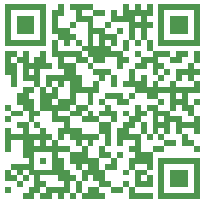
<source format=gbo>
G04 #@! TF.GenerationSoftware,KiCad,Pcbnew,(6.0.2)*
G04 #@! TF.CreationDate,2022-06-23T21:17:50+02:00*
G04 #@! TF.ProjectId,EightChannel,45696768-7443-4686-916e-6e656c2e6b69,rev?*
G04 #@! TF.SameCoordinates,Original*
G04 #@! TF.FileFunction,Legend,Bot*
G04 #@! TF.FilePolarity,Positive*
%FSLAX46Y46*%
G04 Gerber Fmt 4.6, Leading zero omitted, Abs format (unit mm)*
G04 Created by KiCad (PCBNEW (6.0.2)) date 2022-06-23 21:17:50*
%MOMM*%
%LPD*%
G01*
G04 APERTURE LIST*
%ADD10C,0.863600*%
%ADD11C,2.500000*%
%ADD12R,1.700000X1.700000*%
%ADD13O,1.700000X1.700000*%
%ADD14C,2.700000*%
%ADD15C,1.000000*%
G04 APERTURE END LIST*
G36*
X155310000Y-52900000D02*
G01*
X154810000Y-52900000D01*
X154810000Y-53400000D01*
X155310000Y-53400000D01*
X155310000Y-52900000D01*
G37*
G36*
X169310000Y-49900000D02*
G01*
X168810000Y-49900000D01*
X168810000Y-50400000D01*
X169310000Y-50400000D01*
X169310000Y-49900000D01*
G37*
G36*
X168810000Y-64900000D02*
G01*
X168310000Y-64900000D01*
X168310000Y-65400000D01*
X168810000Y-65400000D01*
X168810000Y-64900000D01*
G37*
G36*
X160810000Y-55400000D02*
G01*
X160310000Y-55400000D01*
X160310000Y-55900000D01*
X160810000Y-55900000D01*
X160810000Y-55400000D01*
G37*
G36*
X169810000Y-63400000D02*
G01*
X169310000Y-63400000D01*
X169310000Y-63900000D01*
X169810000Y-63900000D01*
X169810000Y-63400000D01*
G37*
G36*
X170810000Y-62400000D02*
G01*
X170310000Y-62400000D01*
X170310000Y-62900000D01*
X170810000Y-62900000D01*
X170810000Y-62400000D01*
G37*
G36*
X163810000Y-49400000D02*
G01*
X163310000Y-49400000D01*
X163310000Y-49900000D01*
X163810000Y-49900000D01*
X163810000Y-49400000D01*
G37*
G36*
X159810000Y-64400000D02*
G01*
X159310000Y-64400000D01*
X159310000Y-64900000D01*
X159810000Y-64900000D01*
X159810000Y-64400000D01*
G37*
G36*
X169810000Y-64900000D02*
G01*
X169310000Y-64900000D01*
X169310000Y-65400000D01*
X169810000Y-65400000D01*
X169810000Y-64900000D01*
G37*
G36*
X160310000Y-63400000D02*
G01*
X159810000Y-63400000D01*
X159810000Y-63900000D01*
X160310000Y-63900000D01*
X160310000Y-63400000D01*
G37*
G36*
X162310000Y-64900000D02*
G01*
X161810000Y-64900000D01*
X161810000Y-65400000D01*
X162310000Y-65400000D01*
X162310000Y-64900000D01*
G37*
G36*
X166810000Y-61900000D02*
G01*
X166310000Y-61900000D01*
X166310000Y-62400000D01*
X166810000Y-62400000D01*
X166810000Y-61900000D01*
G37*
G36*
X156810000Y-64400000D02*
G01*
X156310000Y-64400000D01*
X156310000Y-64900000D01*
X156810000Y-64900000D01*
X156810000Y-64400000D01*
G37*
G36*
X165310000Y-54900000D02*
G01*
X164810000Y-54900000D01*
X164810000Y-55400000D01*
X165310000Y-55400000D01*
X165310000Y-54900000D01*
G37*
G36*
X160310000Y-53900000D02*
G01*
X159810000Y-53900000D01*
X159810000Y-54400000D01*
X160310000Y-54400000D01*
X160310000Y-53900000D01*
G37*
G36*
X155810000Y-58900000D02*
G01*
X155310000Y-58900000D01*
X155310000Y-59400000D01*
X155810000Y-59400000D01*
X155810000Y-58900000D01*
G37*
G36*
X155310000Y-63400000D02*
G01*
X154810000Y-63400000D01*
X154810000Y-63900000D01*
X155310000Y-63900000D01*
X155310000Y-63400000D01*
G37*
G36*
X157810000Y-51900000D02*
G01*
X157310000Y-51900000D01*
X157310000Y-52400000D01*
X157810000Y-52400000D01*
X157810000Y-51900000D01*
G37*
G36*
X157310000Y-53400000D02*
G01*
X156810000Y-53400000D01*
X156810000Y-53900000D01*
X157310000Y-53900000D01*
X157310000Y-53400000D01*
G37*
G36*
X163810000Y-52900000D02*
G01*
X163310000Y-52900000D01*
X163310000Y-53400000D01*
X163810000Y-53400000D01*
X163810000Y-52900000D01*
G37*
G36*
X158810000Y-49900000D02*
G01*
X158310000Y-49900000D01*
X158310000Y-50400000D01*
X158810000Y-50400000D01*
X158810000Y-49900000D01*
G37*
G36*
X164810000Y-51900000D02*
G01*
X164310000Y-51900000D01*
X164310000Y-52400000D01*
X164810000Y-52400000D01*
X164810000Y-51900000D01*
G37*
G36*
X165810000Y-48900000D02*
G01*
X165310000Y-48900000D01*
X165310000Y-49400000D01*
X165810000Y-49400000D01*
X165810000Y-48900000D01*
G37*
G36*
X170810000Y-50900000D02*
G01*
X170310000Y-50900000D01*
X170310000Y-51400000D01*
X170810000Y-51400000D01*
X170810000Y-50900000D01*
G37*
G36*
X165310000Y-58400000D02*
G01*
X164810000Y-58400000D01*
X164810000Y-58900000D01*
X165310000Y-58900000D01*
X165310000Y-58400000D01*
G37*
G36*
X160310000Y-55400000D02*
G01*
X159810000Y-55400000D01*
X159810000Y-55900000D01*
X160310000Y-55900000D01*
X160310000Y-55400000D01*
G37*
G36*
X170810000Y-49400000D02*
G01*
X170310000Y-49400000D01*
X170310000Y-49900000D01*
X170810000Y-49900000D01*
X170810000Y-49400000D01*
G37*
G36*
X170810000Y-64900000D02*
G01*
X170310000Y-64900000D01*
X170310000Y-65400000D01*
X170810000Y-65400000D01*
X170810000Y-64900000D01*
G37*
G36*
X164310000Y-56400000D02*
G01*
X163810000Y-56400000D01*
X163810000Y-56900000D01*
X164310000Y-56900000D01*
X164310000Y-56400000D01*
G37*
G36*
X156310000Y-53900000D02*
G01*
X155810000Y-53900000D01*
X155810000Y-54400000D01*
X156310000Y-54400000D01*
X156310000Y-53900000D01*
G37*
G36*
X169810000Y-58900000D02*
G01*
X169310000Y-58900000D01*
X169310000Y-59400000D01*
X169810000Y-59400000D01*
X169810000Y-58900000D01*
G37*
G36*
X161810000Y-64900000D02*
G01*
X161310000Y-64900000D01*
X161310000Y-65400000D01*
X161810000Y-65400000D01*
X161810000Y-64900000D01*
G37*
G36*
X162310000Y-50900000D02*
G01*
X161810000Y-50900000D01*
X161810000Y-51400000D01*
X162310000Y-51400000D01*
X162310000Y-50900000D01*
G37*
G36*
X164810000Y-48900000D02*
G01*
X164310000Y-48900000D01*
X164310000Y-49400000D01*
X164810000Y-49400000D01*
X164810000Y-48900000D01*
G37*
G36*
X170810000Y-49900000D02*
G01*
X170310000Y-49900000D01*
X170310000Y-50400000D01*
X170810000Y-50400000D01*
X170810000Y-49900000D01*
G37*
G36*
X159810000Y-63400000D02*
G01*
X159310000Y-63400000D01*
X159310000Y-63900000D01*
X159810000Y-63900000D01*
X159810000Y-63400000D01*
G37*
G36*
X162810000Y-51900000D02*
G01*
X162310000Y-51900000D01*
X162310000Y-52400000D01*
X162810000Y-52400000D01*
X162810000Y-51900000D01*
G37*
G36*
X157310000Y-48900000D02*
G01*
X156810000Y-48900000D01*
X156810000Y-49400000D01*
X157310000Y-49400000D01*
X157310000Y-48900000D01*
G37*
G36*
X162810000Y-64900000D02*
G01*
X162310000Y-64900000D01*
X162310000Y-65400000D01*
X162810000Y-65400000D01*
X162810000Y-64900000D01*
G37*
G36*
X165810000Y-49400000D02*
G01*
X165310000Y-49400000D01*
X165310000Y-49900000D01*
X165810000Y-49900000D01*
X165810000Y-49400000D01*
G37*
G36*
X167310000Y-58900000D02*
G01*
X166810000Y-58900000D01*
X166810000Y-59400000D01*
X167310000Y-59400000D01*
X167310000Y-58900000D01*
G37*
G36*
X156810000Y-61400000D02*
G01*
X156310000Y-61400000D01*
X156310000Y-61900000D01*
X156810000Y-61900000D01*
X156810000Y-61400000D01*
G37*
G36*
X158310000Y-57400000D02*
G01*
X157810000Y-57400000D01*
X157810000Y-57900000D01*
X158310000Y-57900000D01*
X158310000Y-57400000D01*
G37*
G36*
X162310000Y-62900000D02*
G01*
X161810000Y-62900000D01*
X161810000Y-63400000D01*
X162310000Y-63400000D01*
X162310000Y-62900000D01*
G37*
G36*
X155810000Y-56400000D02*
G01*
X155310000Y-56400000D01*
X155310000Y-56900000D01*
X155810000Y-56900000D01*
X155810000Y-56400000D01*
G37*
G36*
X162310000Y-64400000D02*
G01*
X161810000Y-64400000D01*
X161810000Y-64900000D01*
X162310000Y-64900000D01*
X162310000Y-64400000D01*
G37*
G36*
X161810000Y-52900000D02*
G01*
X161310000Y-52900000D01*
X161310000Y-53400000D01*
X161810000Y-53400000D01*
X161810000Y-52900000D01*
G37*
G36*
X161810000Y-50400000D02*
G01*
X161310000Y-50400000D01*
X161310000Y-50900000D01*
X161810000Y-50900000D01*
X161810000Y-50400000D01*
G37*
G36*
X169810000Y-56400000D02*
G01*
X169310000Y-56400000D01*
X169310000Y-56900000D01*
X169810000Y-56900000D01*
X169810000Y-56400000D01*
G37*
G36*
X165810000Y-51900000D02*
G01*
X165310000Y-51900000D01*
X165310000Y-52400000D01*
X165810000Y-52400000D01*
X165810000Y-51900000D01*
G37*
G36*
X161310000Y-58400000D02*
G01*
X160810000Y-58400000D01*
X160810000Y-58900000D01*
X161310000Y-58900000D01*
X161310000Y-58400000D01*
G37*
G36*
X169310000Y-51900000D02*
G01*
X168810000Y-51900000D01*
X168810000Y-52400000D01*
X169310000Y-52400000D01*
X169310000Y-51900000D01*
G37*
G36*
X162810000Y-52900000D02*
G01*
X162310000Y-52900000D01*
X162310000Y-53400000D01*
X162810000Y-53400000D01*
X162810000Y-52900000D01*
G37*
G36*
X161810000Y-64400000D02*
G01*
X161310000Y-64400000D01*
X161310000Y-64900000D01*
X161810000Y-64900000D01*
X161810000Y-64400000D01*
G37*
G36*
X155810000Y-49900000D02*
G01*
X155310000Y-49900000D01*
X155310000Y-50400000D01*
X155810000Y-50400000D01*
X155810000Y-49900000D01*
G37*
G36*
X155810000Y-50900000D02*
G01*
X155310000Y-50900000D01*
X155310000Y-51400000D01*
X155810000Y-51400000D01*
X155810000Y-50900000D01*
G37*
G36*
X170810000Y-63900000D02*
G01*
X170310000Y-63900000D01*
X170310000Y-64400000D01*
X170810000Y-64400000D01*
X170810000Y-63900000D01*
G37*
G36*
X154810000Y-49400000D02*
G01*
X154310000Y-49400000D01*
X154310000Y-49900000D01*
X154810000Y-49900000D01*
X154810000Y-49400000D01*
G37*
G36*
X159810000Y-54900000D02*
G01*
X159310000Y-54900000D01*
X159310000Y-55400000D01*
X159810000Y-55400000D01*
X159810000Y-54900000D01*
G37*
G36*
X159310000Y-59900000D02*
G01*
X158810000Y-59900000D01*
X158810000Y-60400000D01*
X159310000Y-60400000D01*
X159310000Y-59900000D01*
G37*
G36*
X163810000Y-51900000D02*
G01*
X163310000Y-51900000D01*
X163310000Y-52400000D01*
X163810000Y-52400000D01*
X163810000Y-51900000D01*
G37*
G36*
X159810000Y-50900000D02*
G01*
X159310000Y-50900000D01*
X159310000Y-51400000D01*
X159810000Y-51400000D01*
X159810000Y-50900000D01*
G37*
G36*
X169810000Y-52900000D02*
G01*
X169310000Y-52900000D01*
X169310000Y-53400000D01*
X169810000Y-53400000D01*
X169810000Y-52900000D01*
G37*
G36*
X157810000Y-63900000D02*
G01*
X157310000Y-63900000D01*
X157310000Y-64400000D01*
X157810000Y-64400000D01*
X157810000Y-63900000D01*
G37*
G36*
X158310000Y-53900000D02*
G01*
X157810000Y-53900000D01*
X157810000Y-54400000D01*
X158310000Y-54400000D01*
X158310000Y-53900000D01*
G37*
G36*
X161310000Y-62900000D02*
G01*
X160810000Y-62900000D01*
X160810000Y-63400000D01*
X161310000Y-63400000D01*
X161310000Y-62900000D01*
G37*
G36*
X157310000Y-64400000D02*
G01*
X156810000Y-64400000D01*
X156810000Y-64900000D01*
X157310000Y-64900000D01*
X157310000Y-64400000D01*
G37*
G36*
X170810000Y-64400000D02*
G01*
X170310000Y-64400000D01*
X170310000Y-64900000D01*
X170810000Y-64900000D01*
X170810000Y-64400000D01*
G37*
G36*
X160310000Y-57900000D02*
G01*
X159810000Y-57900000D01*
X159810000Y-58400000D01*
X160310000Y-58400000D01*
X160310000Y-57900000D01*
G37*
G36*
X165810000Y-64900000D02*
G01*
X165310000Y-64900000D01*
X165310000Y-65400000D01*
X165810000Y-65400000D01*
X165810000Y-64900000D01*
G37*
G36*
X159810000Y-56900000D02*
G01*
X159310000Y-56900000D01*
X159310000Y-57400000D01*
X159810000Y-57400000D01*
X159810000Y-56900000D01*
G37*
G36*
X158810000Y-58400000D02*
G01*
X158310000Y-58400000D01*
X158310000Y-58900000D01*
X158810000Y-58900000D01*
X158810000Y-58400000D01*
G37*
G36*
X166810000Y-48900000D02*
G01*
X166310000Y-48900000D01*
X166310000Y-49400000D01*
X166810000Y-49400000D01*
X166810000Y-48900000D01*
G37*
G36*
X157310000Y-59900000D02*
G01*
X156810000Y-59900000D01*
X156810000Y-60400000D01*
X157310000Y-60400000D01*
X157310000Y-59900000D01*
G37*
G36*
X159310000Y-61900000D02*
G01*
X158810000Y-61900000D01*
X158810000Y-62400000D01*
X159310000Y-62400000D01*
X159310000Y-61900000D01*
G37*
G36*
X166310000Y-50900000D02*
G01*
X165810000Y-50900000D01*
X165810000Y-51400000D01*
X166310000Y-51400000D01*
X166310000Y-50900000D01*
G37*
G36*
X170310000Y-54900000D02*
G01*
X169810000Y-54900000D01*
X169810000Y-55400000D01*
X170310000Y-55400000D01*
X170310000Y-54900000D01*
G37*
G36*
X162310000Y-59900000D02*
G01*
X161810000Y-59900000D01*
X161810000Y-60400000D01*
X162310000Y-60400000D01*
X162310000Y-59900000D01*
G37*
G36*
X157810000Y-56400000D02*
G01*
X157310000Y-56400000D01*
X157310000Y-56900000D01*
X157810000Y-56900000D01*
X157810000Y-56400000D01*
G37*
G36*
X170810000Y-48900000D02*
G01*
X170310000Y-48900000D01*
X170310000Y-49400000D01*
X170810000Y-49400000D01*
X170810000Y-48900000D01*
G37*
G36*
X161810000Y-48900000D02*
G01*
X161310000Y-48900000D01*
X161310000Y-49400000D01*
X161810000Y-49400000D01*
X161810000Y-48900000D01*
G37*
G36*
X158810000Y-62900000D02*
G01*
X158310000Y-62900000D01*
X158310000Y-63400000D01*
X158810000Y-63400000D01*
X158810000Y-62900000D01*
G37*
G36*
X157810000Y-59400000D02*
G01*
X157310000Y-59400000D01*
X157310000Y-59900000D01*
X157810000Y-59900000D01*
X157810000Y-59400000D01*
G37*
G36*
X155810000Y-62400000D02*
G01*
X155310000Y-62400000D01*
X155310000Y-62900000D01*
X155810000Y-62900000D01*
X155810000Y-62400000D01*
G37*
G36*
X165810000Y-62900000D02*
G01*
X165310000Y-62900000D01*
X165310000Y-63400000D01*
X165810000Y-63400000D01*
X165810000Y-62900000D01*
G37*
G36*
X161310000Y-60900000D02*
G01*
X160810000Y-60900000D01*
X160810000Y-61400000D01*
X161310000Y-61400000D01*
X161310000Y-60900000D01*
G37*
G36*
X156310000Y-50400000D02*
G01*
X155810000Y-50400000D01*
X155810000Y-50900000D01*
X156310000Y-50900000D01*
X156310000Y-50400000D01*
G37*
G36*
X164310000Y-49900000D02*
G01*
X163810000Y-49900000D01*
X163810000Y-50400000D01*
X164310000Y-50400000D01*
X164310000Y-49900000D01*
G37*
G36*
X167810000Y-50400000D02*
G01*
X167310000Y-50400000D01*
X167310000Y-50900000D01*
X167810000Y-50900000D01*
X167810000Y-50400000D01*
G37*
G36*
X170310000Y-61900000D02*
G01*
X169810000Y-61900000D01*
X169810000Y-62400000D01*
X170310000Y-62400000D01*
X170310000Y-61900000D01*
G37*
G36*
X157310000Y-62900000D02*
G01*
X156810000Y-62900000D01*
X156810000Y-63400000D01*
X157310000Y-63400000D01*
X157310000Y-62900000D01*
G37*
G36*
X162810000Y-52400000D02*
G01*
X162310000Y-52400000D01*
X162310000Y-52900000D01*
X162810000Y-52900000D01*
X162810000Y-52400000D01*
G37*
G36*
X167310000Y-54400000D02*
G01*
X166810000Y-54400000D01*
X166810000Y-54900000D01*
X167310000Y-54900000D01*
X167310000Y-54400000D01*
G37*
G36*
X158810000Y-57400000D02*
G01*
X158310000Y-57400000D01*
X158310000Y-57900000D01*
X158810000Y-57900000D01*
X158810000Y-57400000D01*
G37*
G36*
X156310000Y-52900000D02*
G01*
X155810000Y-52900000D01*
X155810000Y-53400000D01*
X156310000Y-53400000D01*
X156310000Y-52900000D01*
G37*
G36*
X155810000Y-50400000D02*
G01*
X155310000Y-50400000D01*
X155310000Y-50900000D01*
X155810000Y-50900000D01*
X155810000Y-50400000D01*
G37*
G36*
X164310000Y-56900000D02*
G01*
X163810000Y-56900000D01*
X163810000Y-57400000D01*
X164310000Y-57400000D01*
X164310000Y-56900000D01*
G37*
G36*
X166810000Y-49400000D02*
G01*
X166310000Y-49400000D01*
X166310000Y-49900000D01*
X166810000Y-49900000D01*
X166810000Y-49400000D01*
G37*
G36*
X160810000Y-57400000D02*
G01*
X160310000Y-57400000D01*
X160310000Y-57900000D01*
X160810000Y-57900000D01*
X160810000Y-57400000D01*
G37*
G36*
X154810000Y-50400000D02*
G01*
X154310000Y-50400000D01*
X154310000Y-50900000D01*
X154810000Y-50900000D01*
X154810000Y-50400000D01*
G37*
G36*
X158310000Y-56900000D02*
G01*
X157810000Y-56900000D01*
X157810000Y-57400000D01*
X158310000Y-57400000D01*
X158310000Y-56900000D01*
G37*
G36*
X167810000Y-55900000D02*
G01*
X167310000Y-55900000D01*
X167310000Y-56400000D01*
X167810000Y-56400000D01*
X167810000Y-55900000D01*
G37*
G36*
X155310000Y-48900000D02*
G01*
X154810000Y-48900000D01*
X154810000Y-49400000D01*
X155310000Y-49400000D01*
X155310000Y-48900000D01*
G37*
G36*
X165310000Y-64400000D02*
G01*
X164810000Y-64400000D01*
X164810000Y-64900000D01*
X165310000Y-64900000D01*
X165310000Y-64400000D01*
G37*
G36*
X166810000Y-59900000D02*
G01*
X166310000Y-59900000D01*
X166310000Y-60400000D01*
X166810000Y-60400000D01*
X166810000Y-59900000D01*
G37*
G36*
X166310000Y-53400000D02*
G01*
X165810000Y-53400000D01*
X165810000Y-53900000D01*
X166310000Y-53900000D01*
X166310000Y-53400000D01*
G37*
G36*
X156310000Y-54400000D02*
G01*
X155810000Y-54400000D01*
X155810000Y-54900000D01*
X156310000Y-54900000D01*
X156310000Y-54400000D01*
G37*
G36*
X157810000Y-61900000D02*
G01*
X157310000Y-61900000D01*
X157310000Y-62400000D01*
X157810000Y-62400000D01*
X157810000Y-61900000D01*
G37*
G36*
X155310000Y-54900000D02*
G01*
X154810000Y-54900000D01*
X154810000Y-55400000D01*
X155310000Y-55400000D01*
X155310000Y-54900000D01*
G37*
G36*
X164810000Y-63900000D02*
G01*
X164310000Y-63900000D01*
X164310000Y-64400000D01*
X164810000Y-64400000D01*
X164810000Y-63900000D01*
G37*
G36*
X161310000Y-61400000D02*
G01*
X160810000Y-61400000D01*
X160810000Y-61900000D01*
X161310000Y-61900000D01*
X161310000Y-61400000D01*
G37*
G36*
X157810000Y-64900000D02*
G01*
X157310000Y-64900000D01*
X157310000Y-65400000D01*
X157810000Y-65400000D01*
X157810000Y-64900000D01*
G37*
G36*
X158810000Y-62400000D02*
G01*
X158310000Y-62400000D01*
X158310000Y-62900000D01*
X158810000Y-62900000D01*
X158810000Y-62400000D01*
G37*
G36*
X169310000Y-62900000D02*
G01*
X168810000Y-62900000D01*
X168810000Y-63400000D01*
X169310000Y-63400000D01*
X169310000Y-62900000D01*
G37*
G36*
X170810000Y-54400000D02*
G01*
X170310000Y-54400000D01*
X170310000Y-54900000D01*
X170810000Y-54900000D01*
X170810000Y-54400000D01*
G37*
G36*
X159810000Y-63900000D02*
G01*
X159310000Y-63900000D01*
X159310000Y-64400000D01*
X159810000Y-64400000D01*
X159810000Y-63900000D01*
G37*
G36*
X164310000Y-59900000D02*
G01*
X163810000Y-59900000D01*
X163810000Y-60400000D01*
X164310000Y-60400000D01*
X164310000Y-59900000D01*
G37*
G36*
X168310000Y-64900000D02*
G01*
X167810000Y-64900000D01*
X167810000Y-65400000D01*
X168310000Y-65400000D01*
X168310000Y-64900000D01*
G37*
G36*
X165810000Y-61900000D02*
G01*
X165310000Y-61900000D01*
X165310000Y-62400000D01*
X165810000Y-62400000D01*
X165810000Y-61900000D01*
G37*
G36*
X162810000Y-60900000D02*
G01*
X162310000Y-60900000D01*
X162310000Y-61400000D01*
X162810000Y-61400000D01*
X162810000Y-60900000D01*
G37*
G36*
X157810000Y-62900000D02*
G01*
X157310000Y-62900000D01*
X157310000Y-63400000D01*
X157810000Y-63400000D01*
X157810000Y-62900000D01*
G37*
G36*
X168810000Y-55400000D02*
G01*
X168310000Y-55400000D01*
X168310000Y-55900000D01*
X168810000Y-55900000D01*
X168810000Y-55400000D01*
G37*
G36*
X167310000Y-55400000D02*
G01*
X166810000Y-55400000D01*
X166810000Y-55900000D01*
X167310000Y-55900000D01*
X167310000Y-55400000D01*
G37*
G36*
X156810000Y-57900000D02*
G01*
X156310000Y-57900000D01*
X156310000Y-58400000D01*
X156810000Y-58400000D01*
X156810000Y-57900000D01*
G37*
G36*
X167810000Y-64900000D02*
G01*
X167310000Y-64900000D01*
X167310000Y-65400000D01*
X167810000Y-65400000D01*
X167810000Y-64900000D01*
G37*
G36*
X165810000Y-55400000D02*
G01*
X165310000Y-55400000D01*
X165310000Y-55900000D01*
X165810000Y-55900000D01*
X165810000Y-55400000D01*
G37*
G36*
X169810000Y-59900000D02*
G01*
X169310000Y-59900000D01*
X169310000Y-60400000D01*
X169810000Y-60400000D01*
X169810000Y-59900000D01*
G37*
G36*
X158810000Y-51900000D02*
G01*
X158310000Y-51900000D01*
X158310000Y-52400000D01*
X158810000Y-52400000D01*
X158810000Y-51900000D01*
G37*
G36*
X166310000Y-51400000D02*
G01*
X165810000Y-51400000D01*
X165810000Y-51900000D01*
X166310000Y-51900000D01*
X166310000Y-51400000D01*
G37*
G36*
X159310000Y-48900000D02*
G01*
X158810000Y-48900000D01*
X158810000Y-49400000D01*
X159310000Y-49400000D01*
X159310000Y-48900000D01*
G37*
G36*
X162310000Y-55400000D02*
G01*
X161810000Y-55400000D01*
X161810000Y-55900000D01*
X162310000Y-55900000D01*
X162310000Y-55400000D01*
G37*
G36*
X165810000Y-52900000D02*
G01*
X165310000Y-52900000D01*
X165310000Y-53400000D01*
X165810000Y-53400000D01*
X165810000Y-52900000D01*
G37*
G36*
X169810000Y-51900000D02*
G01*
X169310000Y-51900000D01*
X169310000Y-52400000D01*
X169810000Y-52400000D01*
X169810000Y-51900000D01*
G37*
G36*
X162810000Y-53400000D02*
G01*
X162310000Y-53400000D01*
X162310000Y-53900000D01*
X162810000Y-53900000D01*
X162810000Y-53400000D01*
G37*
G36*
X167810000Y-49900000D02*
G01*
X167310000Y-49900000D01*
X167310000Y-50400000D01*
X167810000Y-50400000D01*
X167810000Y-49900000D01*
G37*
G36*
X165810000Y-57900000D02*
G01*
X165310000Y-57900000D01*
X165310000Y-58400000D01*
X165810000Y-58400000D01*
X165810000Y-57900000D01*
G37*
G36*
X156810000Y-57400000D02*
G01*
X156310000Y-57400000D01*
X156310000Y-57900000D01*
X156810000Y-57900000D01*
X156810000Y-57400000D01*
G37*
G36*
X154810000Y-59900000D02*
G01*
X154310000Y-59900000D01*
X154310000Y-60400000D01*
X154810000Y-60400000D01*
X154810000Y-59900000D01*
G37*
G36*
X160810000Y-61900000D02*
G01*
X160310000Y-61900000D01*
X160310000Y-62400000D01*
X160810000Y-62400000D01*
X160810000Y-61900000D01*
G37*
G36*
X158310000Y-64400000D02*
G01*
X157810000Y-64400000D01*
X157810000Y-64900000D01*
X158310000Y-64900000D01*
X158310000Y-64400000D01*
G37*
G36*
X160310000Y-54400000D02*
G01*
X159810000Y-54400000D01*
X159810000Y-54900000D01*
X160310000Y-54900000D01*
X160310000Y-54400000D01*
G37*
G36*
X159810000Y-57400000D02*
G01*
X159310000Y-57400000D01*
X159310000Y-57900000D01*
X159810000Y-57900000D01*
X159810000Y-57400000D01*
G37*
G36*
X156310000Y-63400000D02*
G01*
X155810000Y-63400000D01*
X155810000Y-63900000D01*
X156310000Y-63900000D01*
X156310000Y-63400000D01*
G37*
G36*
X163310000Y-57400000D02*
G01*
X162810000Y-57400000D01*
X162810000Y-57900000D01*
X163310000Y-57900000D01*
X163310000Y-57400000D01*
G37*
G36*
X160810000Y-55900000D02*
G01*
X160310000Y-55900000D01*
X160310000Y-56400000D01*
X160810000Y-56400000D01*
X160810000Y-55900000D01*
G37*
G36*
X164810000Y-57900000D02*
G01*
X164310000Y-57900000D01*
X164310000Y-58400000D01*
X164810000Y-58400000D01*
X164810000Y-57900000D01*
G37*
G36*
X165810000Y-53900000D02*
G01*
X165310000Y-53900000D01*
X165310000Y-54400000D01*
X165810000Y-54400000D01*
X165810000Y-53900000D01*
G37*
G36*
X159310000Y-63400000D02*
G01*
X158810000Y-63400000D01*
X158810000Y-63900000D01*
X159310000Y-63900000D01*
X159310000Y-63400000D01*
G37*
G36*
X158810000Y-64400000D02*
G01*
X158310000Y-64400000D01*
X158310000Y-64900000D01*
X158810000Y-64900000D01*
X158810000Y-64400000D01*
G37*
G36*
X170810000Y-58900000D02*
G01*
X170310000Y-58900000D01*
X170310000Y-59400000D01*
X170810000Y-59400000D01*
X170810000Y-58900000D01*
G37*
G36*
X166810000Y-62400000D02*
G01*
X166310000Y-62400000D01*
X166310000Y-62900000D01*
X166810000Y-62900000D01*
X166810000Y-62400000D01*
G37*
G36*
X163310000Y-60400000D02*
G01*
X162810000Y-60400000D01*
X162810000Y-60900000D01*
X163310000Y-60900000D01*
X163310000Y-60400000D01*
G37*
G36*
X161310000Y-59900000D02*
G01*
X160810000Y-59900000D01*
X160810000Y-60400000D01*
X161310000Y-60400000D01*
X161310000Y-59900000D01*
G37*
G36*
X169810000Y-61900000D02*
G01*
X169310000Y-61900000D01*
X169310000Y-62400000D01*
X169810000Y-62400000D01*
X169810000Y-61900000D01*
G37*
G36*
X166310000Y-57900000D02*
G01*
X165810000Y-57900000D01*
X165810000Y-58400000D01*
X166310000Y-58400000D01*
X166310000Y-57900000D01*
G37*
G36*
X162310000Y-52900000D02*
G01*
X161810000Y-52900000D01*
X161810000Y-53400000D01*
X162310000Y-53400000D01*
X162310000Y-52900000D01*
G37*
G36*
X156310000Y-53400000D02*
G01*
X155810000Y-53400000D01*
X155810000Y-53900000D01*
X156310000Y-53900000D01*
X156310000Y-53400000D01*
G37*
G36*
X168810000Y-63400000D02*
G01*
X168310000Y-63400000D01*
X168310000Y-63900000D01*
X168810000Y-63900000D01*
X168810000Y-63400000D01*
G37*
G36*
X155310000Y-53900000D02*
G01*
X154810000Y-53900000D01*
X154810000Y-54400000D01*
X155310000Y-54400000D01*
X155310000Y-53900000D01*
G37*
G36*
X160810000Y-59900000D02*
G01*
X160310000Y-59900000D01*
X160310000Y-60400000D01*
X160810000Y-60400000D01*
X160810000Y-59900000D01*
G37*
G36*
X159810000Y-59400000D02*
G01*
X159310000Y-59400000D01*
X159310000Y-59900000D01*
X159810000Y-59900000D01*
X159810000Y-59400000D01*
G37*
G36*
X159810000Y-51900000D02*
G01*
X159310000Y-51900000D01*
X159310000Y-52400000D01*
X159810000Y-52400000D01*
X159810000Y-51900000D01*
G37*
G36*
X160310000Y-61400000D02*
G01*
X159810000Y-61400000D01*
X159810000Y-61900000D01*
X160310000Y-61900000D01*
X160310000Y-61400000D01*
G37*
G36*
X157310000Y-63900000D02*
G01*
X156810000Y-63900000D01*
X156810000Y-64400000D01*
X157310000Y-64400000D01*
X157310000Y-63900000D01*
G37*
G36*
X166310000Y-49400000D02*
G01*
X165810000Y-49400000D01*
X165810000Y-49900000D01*
X166310000Y-49900000D01*
X166310000Y-49400000D01*
G37*
G36*
X156310000Y-64900000D02*
G01*
X155810000Y-64900000D01*
X155810000Y-65400000D01*
X156310000Y-65400000D01*
X156310000Y-64900000D01*
G37*
G36*
X170810000Y-62900000D02*
G01*
X170310000Y-62900000D01*
X170310000Y-63400000D01*
X170810000Y-63400000D01*
X170810000Y-62900000D01*
G37*
G36*
X170810000Y-61900000D02*
G01*
X170310000Y-61900000D01*
X170310000Y-62400000D01*
X170810000Y-62400000D01*
X170810000Y-61900000D01*
G37*
G36*
X157810000Y-50400000D02*
G01*
X157310000Y-50400000D01*
X157310000Y-50900000D01*
X157810000Y-50900000D01*
X157810000Y-50400000D01*
G37*
G36*
X156310000Y-48900000D02*
G01*
X155810000Y-48900000D01*
X155810000Y-49400000D01*
X156310000Y-49400000D01*
X156310000Y-48900000D01*
G37*
G36*
X167310000Y-58400000D02*
G01*
X166810000Y-58400000D01*
X166810000Y-58900000D01*
X167310000Y-58900000D01*
X167310000Y-58400000D01*
G37*
G36*
X161810000Y-51900000D02*
G01*
X161310000Y-51900000D01*
X161310000Y-52400000D01*
X161810000Y-52400000D01*
X161810000Y-51900000D01*
G37*
G36*
X162310000Y-58400000D02*
G01*
X161810000Y-58400000D01*
X161810000Y-58900000D01*
X162310000Y-58900000D01*
X162310000Y-58400000D01*
G37*
G36*
X161310000Y-52400000D02*
G01*
X160810000Y-52400000D01*
X160810000Y-52900000D01*
X161310000Y-52900000D01*
X161310000Y-52400000D01*
G37*
G36*
X165810000Y-63400000D02*
G01*
X165310000Y-63400000D01*
X165310000Y-63900000D01*
X165810000Y-63900000D01*
X165810000Y-63400000D01*
G37*
G36*
X154810000Y-53400000D02*
G01*
X154310000Y-53400000D01*
X154310000Y-53900000D01*
X154810000Y-53900000D01*
X154810000Y-53400000D01*
G37*
G36*
X170810000Y-55900000D02*
G01*
X170310000Y-55900000D01*
X170310000Y-56400000D01*
X170810000Y-56400000D01*
X170810000Y-55900000D01*
G37*
G36*
X170810000Y-51900000D02*
G01*
X170310000Y-51900000D01*
X170310000Y-52400000D01*
X170810000Y-52400000D01*
X170810000Y-51900000D01*
G37*
G36*
X167310000Y-59400000D02*
G01*
X166810000Y-59400000D01*
X166810000Y-59900000D01*
X167310000Y-59900000D01*
X167310000Y-59400000D01*
G37*
G36*
X168810000Y-56400000D02*
G01*
X168310000Y-56400000D01*
X168310000Y-56900000D01*
X168810000Y-56900000D01*
X168810000Y-56400000D01*
G37*
G36*
X157810000Y-53900000D02*
G01*
X157310000Y-53900000D01*
X157310000Y-54400000D01*
X157810000Y-54400000D01*
X157810000Y-53900000D01*
G37*
G36*
X169310000Y-63900000D02*
G01*
X168810000Y-63900000D01*
X168810000Y-64400000D01*
X169310000Y-64400000D01*
X169310000Y-63900000D01*
G37*
G36*
X169310000Y-53400000D02*
G01*
X168810000Y-53400000D01*
X168810000Y-53900000D01*
X169310000Y-53900000D01*
X169310000Y-53400000D01*
G37*
G36*
X164310000Y-52900000D02*
G01*
X163810000Y-52900000D01*
X163810000Y-53400000D01*
X164310000Y-53400000D01*
X164310000Y-52900000D01*
G37*
G36*
X169310000Y-54400000D02*
G01*
X168810000Y-54400000D01*
X168810000Y-54900000D01*
X169310000Y-54900000D01*
X169310000Y-54400000D01*
G37*
G36*
X167810000Y-63900000D02*
G01*
X167310000Y-63900000D01*
X167310000Y-64400000D01*
X167810000Y-64400000D01*
X167810000Y-63900000D01*
G37*
G36*
X159310000Y-49400000D02*
G01*
X158810000Y-49400000D01*
X158810000Y-49900000D01*
X159310000Y-49900000D01*
X159310000Y-49400000D01*
G37*
G36*
X157310000Y-53900000D02*
G01*
X156810000Y-53900000D01*
X156810000Y-54400000D01*
X157310000Y-54400000D01*
X157310000Y-53900000D01*
G37*
G36*
X156810000Y-51900000D02*
G01*
X156310000Y-51900000D01*
X156310000Y-52400000D01*
X156810000Y-52400000D01*
X156810000Y-51900000D01*
G37*
G36*
X159310000Y-64400000D02*
G01*
X158810000Y-64400000D01*
X158810000Y-64900000D01*
X159310000Y-64900000D01*
X159310000Y-64400000D01*
G37*
G36*
X168310000Y-52900000D02*
G01*
X167810000Y-52900000D01*
X167810000Y-53400000D01*
X168310000Y-53400000D01*
X168310000Y-52900000D01*
G37*
G36*
X160310000Y-50400000D02*
G01*
X159810000Y-50400000D01*
X159810000Y-50900000D01*
X160310000Y-50900000D01*
X160310000Y-50400000D01*
G37*
G36*
X159310000Y-51400000D02*
G01*
X158810000Y-51400000D01*
X158810000Y-51900000D01*
X159310000Y-51900000D01*
X159310000Y-51400000D01*
G37*
G36*
X154810000Y-64400000D02*
G01*
X154310000Y-64400000D01*
X154310000Y-64900000D01*
X154810000Y-64900000D01*
X154810000Y-64400000D01*
G37*
G36*
X167310000Y-53900000D02*
G01*
X166810000Y-53900000D01*
X166810000Y-54400000D01*
X167310000Y-54400000D01*
X167310000Y-53900000D01*
G37*
G36*
X158810000Y-56400000D02*
G01*
X158310000Y-56400000D01*
X158310000Y-56900000D01*
X158810000Y-56900000D01*
X158810000Y-56400000D01*
G37*
G36*
X160310000Y-54900000D02*
G01*
X159810000Y-54900000D01*
X159810000Y-55400000D01*
X160310000Y-55400000D01*
X160310000Y-54900000D01*
G37*
G36*
X166810000Y-56400000D02*
G01*
X166310000Y-56400000D01*
X166310000Y-56900000D01*
X166810000Y-56900000D01*
X166810000Y-56400000D01*
G37*
G36*
X160810000Y-49400000D02*
G01*
X160310000Y-49400000D01*
X160310000Y-49900000D01*
X160810000Y-49900000D01*
X160810000Y-49400000D01*
G37*
G36*
X156310000Y-55900000D02*
G01*
X155810000Y-55900000D01*
X155810000Y-56400000D01*
X156310000Y-56400000D01*
X156310000Y-55900000D01*
G37*
G36*
X160310000Y-51400000D02*
G01*
X159810000Y-51400000D01*
X159810000Y-51900000D01*
X160310000Y-51900000D01*
X160310000Y-51400000D01*
G37*
G36*
X164810000Y-55400000D02*
G01*
X164310000Y-55400000D01*
X164310000Y-55900000D01*
X164810000Y-55900000D01*
X164810000Y-55400000D01*
G37*
G36*
X158810000Y-61400000D02*
G01*
X158310000Y-61400000D01*
X158310000Y-61900000D01*
X158810000Y-61900000D01*
X158810000Y-61400000D01*
G37*
G36*
X159310000Y-53400000D02*
G01*
X158810000Y-53400000D01*
X158810000Y-53900000D01*
X159310000Y-53900000D01*
X159310000Y-53400000D01*
G37*
G36*
X169810000Y-63900000D02*
G01*
X169310000Y-63900000D01*
X169310000Y-64400000D01*
X169810000Y-64400000D01*
X169810000Y-63900000D01*
G37*
G36*
X158310000Y-55400000D02*
G01*
X157810000Y-55400000D01*
X157810000Y-55900000D01*
X158310000Y-55900000D01*
X158310000Y-55400000D01*
G37*
G36*
X161310000Y-55900000D02*
G01*
X160810000Y-55900000D01*
X160810000Y-56400000D01*
X161310000Y-56400000D01*
X161310000Y-55900000D01*
G37*
G36*
X167810000Y-51400000D02*
G01*
X167310000Y-51400000D01*
X167310000Y-51900000D01*
X167810000Y-51900000D01*
X167810000Y-51400000D01*
G37*
G36*
X166810000Y-63400000D02*
G01*
X166310000Y-63400000D01*
X166310000Y-63900000D01*
X166810000Y-63900000D01*
X166810000Y-63400000D01*
G37*
G36*
X163310000Y-50400000D02*
G01*
X162810000Y-50400000D01*
X162810000Y-50900000D01*
X163310000Y-50900000D01*
X163310000Y-50400000D01*
G37*
G36*
X165310000Y-50900000D02*
G01*
X164810000Y-50900000D01*
X164810000Y-51400000D01*
X165310000Y-51400000D01*
X165310000Y-50900000D01*
G37*
G36*
X166310000Y-53900000D02*
G01*
X165810000Y-53900000D01*
X165810000Y-54400000D01*
X166310000Y-54400000D01*
X166310000Y-53900000D01*
G37*
G36*
X168810000Y-53400000D02*
G01*
X168310000Y-53400000D01*
X168310000Y-53900000D01*
X168810000Y-53900000D01*
X168810000Y-53400000D01*
G37*
G36*
X160810000Y-60400000D02*
G01*
X160310000Y-60400000D01*
X160310000Y-60900000D01*
X160810000Y-60900000D01*
X160810000Y-60400000D01*
G37*
G36*
X156810000Y-49900000D02*
G01*
X156310000Y-49900000D01*
X156310000Y-50400000D01*
X156810000Y-50400000D01*
X156810000Y-49900000D01*
G37*
G36*
X160310000Y-59900000D02*
G01*
X159810000Y-59900000D01*
X159810000Y-60400000D01*
X160310000Y-60400000D01*
X160310000Y-59900000D01*
G37*
G36*
X168810000Y-62900000D02*
G01*
X168310000Y-62900000D01*
X168310000Y-63400000D01*
X168810000Y-63400000D01*
X168810000Y-62900000D01*
G37*
G36*
X162810000Y-63400000D02*
G01*
X162310000Y-63400000D01*
X162310000Y-63900000D01*
X162810000Y-63900000D01*
X162810000Y-63400000D01*
G37*
G36*
X163810000Y-55400000D02*
G01*
X163310000Y-55400000D01*
X163310000Y-55900000D01*
X163810000Y-55900000D01*
X163810000Y-55400000D01*
G37*
G36*
X168810000Y-61900000D02*
G01*
X168310000Y-61900000D01*
X168310000Y-62400000D01*
X168810000Y-62400000D01*
X168810000Y-61900000D01*
G37*
G36*
X157810000Y-51400000D02*
G01*
X157310000Y-51400000D01*
X157310000Y-51900000D01*
X157810000Y-51900000D01*
X157810000Y-51400000D01*
G37*
G36*
X160310000Y-61900000D02*
G01*
X159810000Y-61900000D01*
X159810000Y-62400000D01*
X160310000Y-62400000D01*
X160310000Y-61900000D01*
G37*
G36*
X157310000Y-54900000D02*
G01*
X156810000Y-54900000D01*
X156810000Y-55400000D01*
X157310000Y-55400000D01*
X157310000Y-54900000D01*
G37*
G36*
X166310000Y-59400000D02*
G01*
X165810000Y-59400000D01*
X165810000Y-59900000D01*
X166310000Y-59900000D01*
X166310000Y-59400000D01*
G37*
G36*
X166810000Y-63900000D02*
G01*
X166310000Y-63900000D01*
X166310000Y-64400000D01*
X166810000Y-64400000D01*
X166810000Y-63900000D01*
G37*
G36*
X169310000Y-56900000D02*
G01*
X168810000Y-56900000D01*
X168810000Y-57400000D01*
X169310000Y-57400000D01*
X169310000Y-56900000D01*
G37*
G36*
X161810000Y-62900000D02*
G01*
X161310000Y-62900000D01*
X161310000Y-63400000D01*
X161810000Y-63400000D01*
X161810000Y-62900000D01*
G37*
G36*
X168810000Y-63900000D02*
G01*
X168310000Y-63900000D01*
X168310000Y-64400000D01*
X168810000Y-64400000D01*
X168810000Y-63900000D01*
G37*
G36*
X158810000Y-55900000D02*
G01*
X158310000Y-55900000D01*
X158310000Y-56400000D01*
X158810000Y-56400000D01*
X158810000Y-55900000D01*
G37*
G36*
X170810000Y-51400000D02*
G01*
X170310000Y-51400000D01*
X170310000Y-51900000D01*
X170810000Y-51900000D01*
X170810000Y-51400000D01*
G37*
G36*
X157310000Y-63400000D02*
G01*
X156810000Y-63400000D01*
X156810000Y-63900000D01*
X157310000Y-63900000D01*
X157310000Y-63400000D01*
G37*
G36*
X158310000Y-60900000D02*
G01*
X157810000Y-60900000D01*
X157810000Y-61400000D01*
X158310000Y-61400000D01*
X158310000Y-60900000D01*
G37*
G36*
X156810000Y-58400000D02*
G01*
X156310000Y-58400000D01*
X156310000Y-58900000D01*
X156810000Y-58900000D01*
X156810000Y-58400000D01*
G37*
G36*
X157810000Y-49900000D02*
G01*
X157310000Y-49900000D01*
X157310000Y-50400000D01*
X157810000Y-50400000D01*
X157810000Y-49900000D01*
G37*
G36*
X154810000Y-58400000D02*
G01*
X154310000Y-58400000D01*
X154310000Y-58900000D01*
X154810000Y-58900000D01*
X154810000Y-58400000D01*
G37*
G36*
X169310000Y-50900000D02*
G01*
X168810000Y-50900000D01*
X168810000Y-51400000D01*
X169310000Y-51400000D01*
X169310000Y-50900000D01*
G37*
G36*
X166310000Y-50400000D02*
G01*
X165810000Y-50400000D01*
X165810000Y-50900000D01*
X166310000Y-50900000D01*
X166310000Y-50400000D01*
G37*
G36*
X162810000Y-50900000D02*
G01*
X162310000Y-50900000D01*
X162310000Y-51400000D01*
X162810000Y-51400000D01*
X162810000Y-50900000D01*
G37*
G36*
X167810000Y-63400000D02*
G01*
X167310000Y-63400000D01*
X167310000Y-63900000D01*
X167810000Y-63900000D01*
X167810000Y-63400000D01*
G37*
G36*
X165310000Y-50400000D02*
G01*
X164810000Y-50400000D01*
X164810000Y-50900000D01*
X165310000Y-50900000D01*
X165310000Y-50400000D01*
G37*
G36*
X167310000Y-52900000D02*
G01*
X166810000Y-52900000D01*
X166810000Y-53400000D01*
X167310000Y-53400000D01*
X167310000Y-52900000D01*
G37*
G36*
X167810000Y-53900000D02*
G01*
X167310000Y-53900000D01*
X167310000Y-54400000D01*
X167810000Y-54400000D01*
X167810000Y-53900000D01*
G37*
G36*
X164810000Y-52400000D02*
G01*
X164310000Y-52400000D01*
X164310000Y-52900000D01*
X164810000Y-52900000D01*
X164810000Y-52400000D01*
G37*
G36*
X169810000Y-48900000D02*
G01*
X169310000Y-48900000D01*
X169310000Y-49400000D01*
X169810000Y-49400000D01*
X169810000Y-48900000D01*
G37*
G36*
X169310000Y-52900000D02*
G01*
X168810000Y-52900000D01*
X168810000Y-53400000D01*
X169310000Y-53400000D01*
X169310000Y-52900000D01*
G37*
G36*
X161810000Y-49900000D02*
G01*
X161310000Y-49900000D01*
X161310000Y-50400000D01*
X161810000Y-50400000D01*
X161810000Y-49900000D01*
G37*
G36*
X155810000Y-48900000D02*
G01*
X155310000Y-48900000D01*
X155310000Y-49400000D01*
X155810000Y-49400000D01*
X155810000Y-48900000D01*
G37*
G36*
X158310000Y-56400000D02*
G01*
X157810000Y-56400000D01*
X157810000Y-56900000D01*
X158310000Y-56900000D01*
X158310000Y-56400000D01*
G37*
G36*
X162810000Y-54900000D02*
G01*
X162310000Y-54900000D01*
X162310000Y-55400000D01*
X162810000Y-55400000D01*
X162810000Y-54900000D01*
G37*
G36*
X170310000Y-57400000D02*
G01*
X169810000Y-57400000D01*
X169810000Y-57900000D01*
X170310000Y-57900000D01*
X170310000Y-57400000D01*
G37*
G36*
X157810000Y-48900000D02*
G01*
X157310000Y-48900000D01*
X157310000Y-49400000D01*
X157810000Y-49400000D01*
X157810000Y-48900000D01*
G37*
G36*
X170310000Y-57900000D02*
G01*
X169810000Y-57900000D01*
X169810000Y-58400000D01*
X170310000Y-58400000D01*
X170310000Y-57900000D01*
G37*
G36*
X154810000Y-62900000D02*
G01*
X154310000Y-62900000D01*
X154310000Y-63400000D01*
X154810000Y-63400000D01*
X154810000Y-62900000D01*
G37*
G36*
X164310000Y-64400000D02*
G01*
X163810000Y-64400000D01*
X163810000Y-64900000D01*
X164310000Y-64900000D01*
X164310000Y-64400000D01*
G37*
G36*
X169810000Y-50400000D02*
G01*
X169310000Y-50400000D01*
X169310000Y-50900000D01*
X169810000Y-50900000D01*
X169810000Y-50400000D01*
G37*
G36*
X165810000Y-60900000D02*
G01*
X165310000Y-60900000D01*
X165310000Y-61400000D01*
X165810000Y-61400000D01*
X165810000Y-60900000D01*
G37*
G36*
X165810000Y-61400000D02*
G01*
X165310000Y-61400000D01*
X165310000Y-61900000D01*
X165810000Y-61900000D01*
X165810000Y-61400000D01*
G37*
G36*
X156310000Y-56400000D02*
G01*
X155810000Y-56400000D01*
X155810000Y-56900000D01*
X156310000Y-56900000D01*
X156310000Y-56400000D01*
G37*
G36*
X168810000Y-50400000D02*
G01*
X168310000Y-50400000D01*
X168310000Y-50900000D01*
X168810000Y-50900000D01*
X168810000Y-50400000D01*
G37*
G36*
X163310000Y-51400000D02*
G01*
X162810000Y-51400000D01*
X162810000Y-51900000D01*
X163310000Y-51900000D01*
X163310000Y-51400000D01*
G37*
G36*
X162310000Y-53400000D02*
G01*
X161810000Y-53400000D01*
X161810000Y-53900000D01*
X162310000Y-53900000D01*
X162310000Y-53400000D01*
G37*
G36*
X165310000Y-56400000D02*
G01*
X164810000Y-56400000D01*
X164810000Y-56900000D01*
X165310000Y-56900000D01*
X165310000Y-56400000D01*
G37*
G36*
X159310000Y-62900000D02*
G01*
X158810000Y-62900000D01*
X158810000Y-63400000D01*
X159310000Y-63400000D01*
X159310000Y-62900000D01*
G37*
G36*
X161310000Y-49900000D02*
G01*
X160810000Y-49900000D01*
X160810000Y-50400000D01*
X161310000Y-50400000D01*
X161310000Y-49900000D01*
G37*
G36*
X154810000Y-52900000D02*
G01*
X154310000Y-52900000D01*
X154310000Y-53400000D01*
X154810000Y-53400000D01*
X154810000Y-52900000D01*
G37*
G36*
X165310000Y-54400000D02*
G01*
X164810000Y-54400000D01*
X164810000Y-54900000D01*
X165310000Y-54900000D01*
X165310000Y-54400000D01*
G37*
G36*
X157810000Y-57400000D02*
G01*
X157310000Y-57400000D01*
X157310000Y-57900000D01*
X157810000Y-57900000D01*
X157810000Y-57400000D01*
G37*
G36*
X157810000Y-60400000D02*
G01*
X157310000Y-60400000D01*
X157310000Y-60900000D01*
X157810000Y-60900000D01*
X157810000Y-60400000D01*
G37*
G36*
X165310000Y-58900000D02*
G01*
X164810000Y-58900000D01*
X164810000Y-59400000D01*
X165310000Y-59400000D01*
X165310000Y-58900000D01*
G37*
G36*
X170810000Y-58400000D02*
G01*
X170310000Y-58400000D01*
X170310000Y-58900000D01*
X170810000Y-58900000D01*
X170810000Y-58400000D01*
G37*
G36*
X161310000Y-57400000D02*
G01*
X160810000Y-57400000D01*
X160810000Y-57900000D01*
X161310000Y-57900000D01*
X161310000Y-57400000D01*
G37*
G36*
X158810000Y-50900000D02*
G01*
X158310000Y-50900000D01*
X158310000Y-51400000D01*
X158810000Y-51400000D01*
X158810000Y-50900000D01*
G37*
G36*
X160310000Y-64900000D02*
G01*
X159810000Y-64900000D01*
X159810000Y-65400000D01*
X160310000Y-65400000D01*
X160310000Y-64900000D01*
G37*
G36*
X155810000Y-62900000D02*
G01*
X155310000Y-62900000D01*
X155310000Y-63400000D01*
X155810000Y-63400000D01*
X155810000Y-62900000D01*
G37*
G36*
X167810000Y-58900000D02*
G01*
X167310000Y-58900000D01*
X167310000Y-59400000D01*
X167810000Y-59400000D01*
X167810000Y-58900000D01*
G37*
G36*
X168810000Y-48900000D02*
G01*
X168310000Y-48900000D01*
X168310000Y-49400000D01*
X168810000Y-49400000D01*
X168810000Y-48900000D01*
G37*
G36*
X164310000Y-59400000D02*
G01*
X163810000Y-59400000D01*
X163810000Y-59900000D01*
X164310000Y-59900000D01*
X164310000Y-59400000D01*
G37*
G36*
X164810000Y-59900000D02*
G01*
X164310000Y-59900000D01*
X164310000Y-60400000D01*
X164810000Y-60400000D01*
X164810000Y-59900000D01*
G37*
G36*
X156310000Y-61400000D02*
G01*
X155810000Y-61400000D01*
X155810000Y-61900000D01*
X156310000Y-61900000D01*
X156310000Y-61400000D01*
G37*
G36*
X164310000Y-61400000D02*
G01*
X163810000Y-61400000D01*
X163810000Y-61900000D01*
X164310000Y-61900000D01*
X164310000Y-61400000D01*
G37*
G36*
X165310000Y-51400000D02*
G01*
X164810000Y-51400000D01*
X164810000Y-51900000D01*
X165310000Y-51900000D01*
X165310000Y-51400000D01*
G37*
G36*
X157310000Y-58900000D02*
G01*
X156810000Y-58900000D01*
X156810000Y-59400000D01*
X157310000Y-59400000D01*
X157310000Y-58900000D01*
G37*
G36*
X159810000Y-58900000D02*
G01*
X159310000Y-58900000D01*
X159310000Y-59400000D01*
X159810000Y-59400000D01*
X159810000Y-58900000D01*
G37*
G36*
X159810000Y-60900000D02*
G01*
X159310000Y-60900000D01*
X159310000Y-61400000D01*
X159810000Y-61400000D01*
X159810000Y-60900000D01*
G37*
G36*
X156310000Y-62400000D02*
G01*
X155810000Y-62400000D01*
X155810000Y-62900000D01*
X156310000Y-62900000D01*
X156310000Y-62400000D01*
G37*
G36*
X159310000Y-59400000D02*
G01*
X158810000Y-59400000D01*
X158810000Y-59900000D01*
X159310000Y-59900000D01*
X159310000Y-59400000D01*
G37*
G36*
X156810000Y-62900000D02*
G01*
X156310000Y-62900000D01*
X156310000Y-63400000D01*
X156810000Y-63400000D01*
X156810000Y-62900000D01*
G37*
G36*
X166810000Y-52400000D02*
G01*
X166310000Y-52400000D01*
X166310000Y-52900000D01*
X166810000Y-52900000D01*
X166810000Y-52400000D01*
G37*
G36*
X155810000Y-51900000D02*
G01*
X155310000Y-51900000D01*
X155310000Y-52400000D01*
X155810000Y-52400000D01*
X155810000Y-51900000D01*
G37*
G36*
X163310000Y-63900000D02*
G01*
X162810000Y-63900000D01*
X162810000Y-64400000D01*
X163310000Y-64400000D01*
X163310000Y-63900000D01*
G37*
G36*
X168810000Y-50900000D02*
G01*
X168310000Y-50900000D01*
X168310000Y-51400000D01*
X168810000Y-51400000D01*
X168810000Y-50900000D01*
G37*
G36*
X168810000Y-57400000D02*
G01*
X168310000Y-57400000D01*
X168310000Y-57900000D01*
X168810000Y-57900000D01*
X168810000Y-57400000D01*
G37*
G36*
X157310000Y-60900000D02*
G01*
X156810000Y-60900000D01*
X156810000Y-61400000D01*
X157310000Y-61400000D01*
X157310000Y-60900000D01*
G37*
G36*
X170810000Y-63400000D02*
G01*
X170310000Y-63400000D01*
X170310000Y-63900000D01*
X170810000Y-63900000D01*
X170810000Y-63400000D01*
G37*
G36*
X165810000Y-60400000D02*
G01*
X165310000Y-60400000D01*
X165310000Y-60900000D01*
X165810000Y-60900000D01*
X165810000Y-60400000D01*
G37*
G36*
X168310000Y-55900000D02*
G01*
X167810000Y-55900000D01*
X167810000Y-56400000D01*
X168310000Y-56400000D01*
X168310000Y-55900000D01*
G37*
G36*
X165310000Y-59900000D02*
G01*
X164810000Y-59900000D01*
X164810000Y-60400000D01*
X165310000Y-60400000D01*
X165310000Y-59900000D01*
G37*
G36*
X156310000Y-51900000D02*
G01*
X155810000Y-51900000D01*
X155810000Y-52400000D01*
X156310000Y-52400000D01*
X156310000Y-51900000D01*
G37*
G36*
X156810000Y-61900000D02*
G01*
X156310000Y-61900000D01*
X156310000Y-62400000D01*
X156810000Y-62400000D01*
X156810000Y-61900000D01*
G37*
G36*
X159810000Y-58400000D02*
G01*
X159310000Y-58400000D01*
X159310000Y-58900000D01*
X159810000Y-58900000D01*
X159810000Y-58400000D01*
G37*
G36*
X162810000Y-57900000D02*
G01*
X162310000Y-57900000D01*
X162310000Y-58400000D01*
X162810000Y-58400000D01*
X162810000Y-57900000D01*
G37*
G36*
X155310000Y-55400000D02*
G01*
X154810000Y-55400000D01*
X154810000Y-55900000D01*
X155310000Y-55900000D01*
X155310000Y-55400000D01*
G37*
G36*
X170810000Y-56900000D02*
G01*
X170310000Y-56900000D01*
X170310000Y-57400000D01*
X170810000Y-57400000D01*
X170810000Y-56900000D01*
G37*
G36*
X165310000Y-49400000D02*
G01*
X164810000Y-49400000D01*
X164810000Y-49900000D01*
X165310000Y-49900000D01*
X165310000Y-49400000D01*
G37*
G36*
X161810000Y-52400000D02*
G01*
X161310000Y-52400000D01*
X161310000Y-52900000D01*
X161810000Y-52900000D01*
X161810000Y-52400000D01*
G37*
G36*
X168310000Y-58900000D02*
G01*
X167810000Y-58900000D01*
X167810000Y-59400000D01*
X168310000Y-59400000D01*
X168310000Y-58900000D01*
G37*
G36*
X169310000Y-61900000D02*
G01*
X168810000Y-61900000D01*
X168810000Y-62400000D01*
X169310000Y-62400000D01*
X169310000Y-61900000D01*
G37*
G36*
X168310000Y-51900000D02*
G01*
X167810000Y-51900000D01*
X167810000Y-52400000D01*
X168310000Y-52400000D01*
X168310000Y-51900000D01*
G37*
G36*
X156310000Y-59900000D02*
G01*
X155810000Y-59900000D01*
X155810000Y-60400000D01*
X156310000Y-60400000D01*
X156310000Y-59900000D01*
G37*
G36*
X166310000Y-61900000D02*
G01*
X165810000Y-61900000D01*
X165810000Y-62400000D01*
X166310000Y-62400000D01*
X166310000Y-61900000D01*
G37*
G36*
X156810000Y-55900000D02*
G01*
X156310000Y-55900000D01*
X156310000Y-56400000D01*
X156810000Y-56400000D01*
X156810000Y-55900000D01*
G37*
G36*
X154810000Y-54400000D02*
G01*
X154310000Y-54400000D01*
X154310000Y-54900000D01*
X154810000Y-54900000D01*
X154810000Y-54400000D01*
G37*
G36*
X160310000Y-59400000D02*
G01*
X159810000Y-59400000D01*
X159810000Y-59900000D01*
X160310000Y-59900000D01*
X160310000Y-59400000D01*
G37*
G36*
X157810000Y-53400000D02*
G01*
X157310000Y-53400000D01*
X157310000Y-53900000D01*
X157810000Y-53900000D01*
X157810000Y-53400000D01*
G37*
G36*
X158810000Y-57900000D02*
G01*
X158310000Y-57900000D01*
X158310000Y-58400000D01*
X158810000Y-58400000D01*
X158810000Y-57900000D01*
G37*
G36*
X155310000Y-62400000D02*
G01*
X154810000Y-62400000D01*
X154810000Y-62900000D01*
X155310000Y-62900000D01*
X155310000Y-62400000D01*
G37*
G36*
X157310000Y-57900000D02*
G01*
X156810000Y-57900000D01*
X156810000Y-58400000D01*
X157310000Y-58400000D01*
X157310000Y-57900000D01*
G37*
G36*
X170810000Y-53400000D02*
G01*
X170310000Y-53400000D01*
X170310000Y-53900000D01*
X170810000Y-53900000D01*
X170810000Y-53400000D01*
G37*
G36*
X157810000Y-55900000D02*
G01*
X157310000Y-55900000D01*
X157310000Y-56400000D01*
X157810000Y-56400000D01*
X157810000Y-55900000D01*
G37*
G36*
X164810000Y-49900000D02*
G01*
X164310000Y-49900000D01*
X164310000Y-50400000D01*
X164810000Y-50400000D01*
X164810000Y-49900000D01*
G37*
G36*
X160810000Y-51900000D02*
G01*
X160310000Y-51900000D01*
X160310000Y-52400000D01*
X160810000Y-52400000D01*
X160810000Y-51900000D01*
G37*
G36*
X168310000Y-54400000D02*
G01*
X167810000Y-54400000D01*
X167810000Y-54900000D01*
X168310000Y-54900000D01*
X168310000Y-54400000D01*
G37*
G36*
X163810000Y-61900000D02*
G01*
X163310000Y-61900000D01*
X163310000Y-62400000D01*
X163810000Y-62400000D01*
X163810000Y-61900000D01*
G37*
G36*
X156310000Y-56900000D02*
G01*
X155810000Y-56900000D01*
X155810000Y-57400000D01*
X156310000Y-57400000D01*
X156310000Y-56900000D01*
G37*
G36*
X154810000Y-60400000D02*
G01*
X154310000Y-60400000D01*
X154310000Y-60900000D01*
X154810000Y-60900000D01*
X154810000Y-60400000D01*
G37*
G36*
X157810000Y-52900000D02*
G01*
X157310000Y-52900000D01*
X157310000Y-53400000D01*
X157810000Y-53400000D01*
X157810000Y-52900000D01*
G37*
G36*
X167310000Y-56400000D02*
G01*
X166810000Y-56400000D01*
X166810000Y-56900000D01*
X167310000Y-56900000D01*
X167310000Y-56400000D01*
G37*
G36*
X163310000Y-59900000D02*
G01*
X162810000Y-59900000D01*
X162810000Y-60400000D01*
X163310000Y-60400000D01*
X163310000Y-59900000D01*
G37*
G36*
X165310000Y-49900000D02*
G01*
X164810000Y-49900000D01*
X164810000Y-50400000D01*
X165310000Y-50400000D01*
X165310000Y-49900000D01*
G37*
G36*
X167810000Y-52900000D02*
G01*
X167310000Y-52900000D01*
X167310000Y-53400000D01*
X167810000Y-53400000D01*
X167810000Y-52900000D01*
G37*
G36*
X162310000Y-54400000D02*
G01*
X161810000Y-54400000D01*
X161810000Y-54900000D01*
X162310000Y-54900000D01*
X162310000Y-54400000D01*
G37*
G36*
X161810000Y-60400000D02*
G01*
X161310000Y-60400000D01*
X161310000Y-60900000D01*
X161810000Y-60900000D01*
X161810000Y-60400000D01*
G37*
G36*
X165810000Y-59900000D02*
G01*
X165310000Y-59900000D01*
X165310000Y-60400000D01*
X165810000Y-60400000D01*
X165810000Y-59900000D01*
G37*
G36*
X168310000Y-58400000D02*
G01*
X167810000Y-58400000D01*
X167810000Y-58900000D01*
X168310000Y-58900000D01*
X168310000Y-58400000D01*
G37*
G36*
X168810000Y-58400000D02*
G01*
X168310000Y-58400000D01*
X168310000Y-58900000D01*
X168810000Y-58900000D01*
X168810000Y-58400000D01*
G37*
G36*
X166310000Y-55400000D02*
G01*
X165810000Y-55400000D01*
X165810000Y-55900000D01*
X166310000Y-55900000D01*
X166310000Y-55400000D01*
G37*
G36*
X157810000Y-49400000D02*
G01*
X157310000Y-49400000D01*
X157310000Y-49900000D01*
X157810000Y-49900000D01*
X157810000Y-49400000D01*
G37*
G36*
X154810000Y-48900000D02*
G01*
X154310000Y-48900000D01*
X154310000Y-49400000D01*
X154810000Y-49400000D01*
X154810000Y-48900000D01*
G37*
G36*
X154810000Y-63400000D02*
G01*
X154310000Y-63400000D01*
X154310000Y-63900000D01*
X154810000Y-63900000D01*
X154810000Y-63400000D01*
G37*
G36*
X169310000Y-50400000D02*
G01*
X168810000Y-50400000D01*
X168810000Y-50900000D01*
X169310000Y-50900000D01*
X169310000Y-50400000D01*
G37*
G36*
X166810000Y-57400000D02*
G01*
X166310000Y-57400000D01*
X166310000Y-57900000D01*
X166810000Y-57900000D01*
X166810000Y-57400000D01*
G37*
G36*
X161810000Y-51400000D02*
G01*
X161310000Y-51400000D01*
X161310000Y-51900000D01*
X161810000Y-51900000D01*
X161810000Y-51400000D01*
G37*
G36*
X168810000Y-60400000D02*
G01*
X168310000Y-60400000D01*
X168310000Y-60900000D01*
X168810000Y-60900000D01*
X168810000Y-60400000D01*
G37*
G36*
X168310000Y-61900000D02*
G01*
X167810000Y-61900000D01*
X167810000Y-62400000D01*
X168310000Y-62400000D01*
X168310000Y-61900000D01*
G37*
G36*
X159310000Y-54900000D02*
G01*
X158810000Y-54900000D01*
X158810000Y-55400000D01*
X159310000Y-55400000D01*
X159310000Y-54900000D01*
G37*
G36*
X160810000Y-61400000D02*
G01*
X160310000Y-61400000D01*
X160310000Y-61900000D01*
X160810000Y-61900000D01*
X160810000Y-61400000D01*
G37*
G36*
X167810000Y-48900000D02*
G01*
X167310000Y-48900000D01*
X167310000Y-49400000D01*
X167810000Y-49400000D01*
X167810000Y-48900000D01*
G37*
G36*
X158810000Y-60400000D02*
G01*
X158310000Y-60400000D01*
X158310000Y-60900000D01*
X158810000Y-60900000D01*
X158810000Y-60400000D01*
G37*
G36*
X158810000Y-61900000D02*
G01*
X158310000Y-61900000D01*
X158310000Y-62400000D01*
X158810000Y-62400000D01*
X158810000Y-61900000D01*
G37*
G36*
X160810000Y-49900000D02*
G01*
X160310000Y-49900000D01*
X160310000Y-50400000D01*
X160810000Y-50400000D01*
X160810000Y-49900000D01*
G37*
G36*
X169810000Y-50900000D02*
G01*
X169310000Y-50900000D01*
X169310000Y-51400000D01*
X169810000Y-51400000D01*
X169810000Y-50900000D01*
G37*
G36*
X156310000Y-54900000D02*
G01*
X155810000Y-54900000D01*
X155810000Y-55400000D01*
X156310000Y-55400000D01*
X156310000Y-54900000D01*
G37*
G36*
X158810000Y-49400000D02*
G01*
X158310000Y-49400000D01*
X158310000Y-49900000D01*
X158810000Y-49900000D01*
X158810000Y-49400000D01*
G37*
G36*
X161310000Y-48900000D02*
G01*
X160810000Y-48900000D01*
X160810000Y-49400000D01*
X161310000Y-49400000D01*
X161310000Y-48900000D01*
G37*
G36*
X168810000Y-51900000D02*
G01*
X168310000Y-51900000D01*
X168310000Y-52400000D01*
X168810000Y-52400000D01*
X168810000Y-51900000D01*
G37*
G36*
X161310000Y-63400000D02*
G01*
X160810000Y-63400000D01*
X160810000Y-63900000D01*
X161310000Y-63900000D01*
X161310000Y-63400000D01*
G37*
G36*
X155310000Y-54400000D02*
G01*
X154810000Y-54400000D01*
X154810000Y-54900000D01*
X155310000Y-54900000D01*
X155310000Y-54400000D01*
G37*
G36*
X156310000Y-57400000D02*
G01*
X155810000Y-57400000D01*
X155810000Y-57900000D01*
X156310000Y-57900000D01*
X156310000Y-57400000D01*
G37*
G36*
X155810000Y-57900000D02*
G01*
X155310000Y-57900000D01*
X155310000Y-58400000D01*
X155810000Y-58400000D01*
X155810000Y-57900000D01*
G37*
G36*
X166310000Y-58900000D02*
G01*
X165810000Y-58900000D01*
X165810000Y-59400000D01*
X166310000Y-59400000D01*
X166310000Y-58900000D01*
G37*
G36*
X159310000Y-58400000D02*
G01*
X158810000Y-58400000D01*
X158810000Y-58900000D01*
X159310000Y-58900000D01*
X159310000Y-58400000D01*
G37*
G36*
X162810000Y-63900000D02*
G01*
X162310000Y-63900000D01*
X162310000Y-64400000D01*
X162810000Y-64400000D01*
X162810000Y-63900000D01*
G37*
G36*
X160810000Y-54900000D02*
G01*
X160310000Y-54900000D01*
X160310000Y-55400000D01*
X160810000Y-55400000D01*
X160810000Y-54900000D01*
G37*
G36*
X154810000Y-60900000D02*
G01*
X154310000Y-60900000D01*
X154310000Y-61400000D01*
X154810000Y-61400000D01*
X154810000Y-60900000D01*
G37*
G36*
X164310000Y-53900000D02*
G01*
X163810000Y-53900000D01*
X163810000Y-54400000D01*
X164310000Y-54400000D01*
X164310000Y-53900000D01*
G37*
G36*
X160810000Y-62400000D02*
G01*
X160310000Y-62400000D01*
X160310000Y-62900000D01*
X160810000Y-62900000D01*
X160810000Y-62400000D01*
G37*
G36*
X160810000Y-59400000D02*
G01*
X160310000Y-59400000D01*
X160310000Y-59900000D01*
X160810000Y-59900000D01*
X160810000Y-59400000D01*
G37*
G36*
X156810000Y-60900000D02*
G01*
X156310000Y-60900000D01*
X156310000Y-61400000D01*
X156810000Y-61400000D01*
X156810000Y-60900000D01*
G37*
G36*
X168810000Y-49900000D02*
G01*
X168310000Y-49900000D01*
X168310000Y-50400000D01*
X168810000Y-50400000D01*
X168810000Y-49900000D01*
G37*
G36*
X161310000Y-61900000D02*
G01*
X160810000Y-61900000D01*
X160810000Y-62400000D01*
X161310000Y-62400000D01*
X161310000Y-61900000D01*
G37*
G36*
X169810000Y-56900000D02*
G01*
X169310000Y-56900000D01*
X169310000Y-57400000D01*
X169810000Y-57400000D01*
X169810000Y-56900000D01*
G37*
G36*
X168310000Y-59400000D02*
G01*
X167810000Y-59400000D01*
X167810000Y-59900000D01*
X168310000Y-59900000D01*
X168310000Y-59400000D01*
G37*
G36*
X154810000Y-49900000D02*
G01*
X154310000Y-49900000D01*
X154310000Y-50400000D01*
X154810000Y-50400000D01*
X154810000Y-49900000D01*
G37*
G36*
X164310000Y-53400000D02*
G01*
X163810000Y-53400000D01*
X163810000Y-53900000D01*
X164310000Y-53900000D01*
X164310000Y-53400000D01*
G37*
G36*
X162810000Y-54400000D02*
G01*
X162310000Y-54400000D01*
X162310000Y-54900000D01*
X162810000Y-54900000D01*
X162810000Y-54400000D01*
G37*
G36*
X156310000Y-58900000D02*
G01*
X155810000Y-58900000D01*
X155810000Y-59400000D01*
X156310000Y-59400000D01*
X156310000Y-58900000D01*
G37*
G36*
X170310000Y-51900000D02*
G01*
X169810000Y-51900000D01*
X169810000Y-52400000D01*
X170310000Y-52400000D01*
X170310000Y-51900000D01*
G37*
G36*
X156810000Y-53900000D02*
G01*
X156310000Y-53900000D01*
X156310000Y-54400000D01*
X156810000Y-54400000D01*
X156810000Y-53900000D01*
G37*
G36*
X156810000Y-50400000D02*
G01*
X156310000Y-50400000D01*
X156310000Y-50900000D01*
X156810000Y-50900000D01*
X156810000Y-50400000D01*
G37*
G36*
X163810000Y-51400000D02*
G01*
X163310000Y-51400000D01*
X163310000Y-51900000D01*
X163810000Y-51900000D01*
X163810000Y-51400000D01*
G37*
G36*
X163310000Y-56400000D02*
G01*
X162810000Y-56400000D01*
X162810000Y-56900000D01*
X163310000Y-56900000D01*
X163310000Y-56400000D01*
G37*
G36*
X159810000Y-51400000D02*
G01*
X159310000Y-51400000D01*
X159310000Y-51900000D01*
X159810000Y-51900000D01*
X159810000Y-51400000D01*
G37*
G36*
X158310000Y-64900000D02*
G01*
X157810000Y-64900000D01*
X157810000Y-65400000D01*
X158310000Y-65400000D01*
X158310000Y-64900000D01*
G37*
G36*
X167810000Y-62900000D02*
G01*
X167310000Y-62900000D01*
X167310000Y-63400000D01*
X167810000Y-63400000D01*
X167810000Y-62900000D01*
G37*
G36*
X167810000Y-61900000D02*
G01*
X167310000Y-61900000D01*
X167310000Y-62400000D01*
X167810000Y-62400000D01*
X167810000Y-61900000D01*
G37*
G36*
X162310000Y-55900000D02*
G01*
X161810000Y-55900000D01*
X161810000Y-56400000D01*
X162310000Y-56400000D01*
X162310000Y-55900000D01*
G37*
G36*
X154810000Y-53900000D02*
G01*
X154310000Y-53900000D01*
X154310000Y-54400000D01*
X154810000Y-54400000D01*
X154810000Y-53900000D01*
G37*
G36*
X168310000Y-48900000D02*
G01*
X167810000Y-48900000D01*
X167810000Y-49400000D01*
X168310000Y-49400000D01*
X168310000Y-48900000D01*
G37*
G36*
X169810000Y-55900000D02*
G01*
X169310000Y-55900000D01*
X169310000Y-56400000D01*
X169810000Y-56400000D01*
X169810000Y-55900000D01*
G37*
G36*
X163310000Y-61400000D02*
G01*
X162810000Y-61400000D01*
X162810000Y-61900000D01*
X163310000Y-61900000D01*
X163310000Y-61400000D01*
G37*
G36*
X169310000Y-63400000D02*
G01*
X168810000Y-63400000D01*
X168810000Y-63900000D01*
X169310000Y-63900000D01*
X169310000Y-63400000D01*
G37*
G36*
X164810000Y-59400000D02*
G01*
X164310000Y-59400000D01*
X164310000Y-59900000D01*
X164810000Y-59900000D01*
X164810000Y-59400000D01*
G37*
G36*
X169810000Y-57400000D02*
G01*
X169310000Y-57400000D01*
X169310000Y-57900000D01*
X169810000Y-57900000D01*
X169810000Y-57400000D01*
G37*
G36*
X167810000Y-60900000D02*
G01*
X167310000Y-60900000D01*
X167310000Y-61400000D01*
X167810000Y-61400000D01*
X167810000Y-60900000D01*
G37*
G36*
X169310000Y-58900000D02*
G01*
X168810000Y-58900000D01*
X168810000Y-59400000D01*
X169310000Y-59400000D01*
X169310000Y-58900000D01*
G37*
G36*
X158810000Y-54900000D02*
G01*
X158310000Y-54900000D01*
X158310000Y-55400000D01*
X158810000Y-55400000D01*
X158810000Y-54900000D01*
G37*
G36*
X165310000Y-55400000D02*
G01*
X164810000Y-55400000D01*
X164810000Y-55900000D01*
X165310000Y-55900000D01*
X165310000Y-55400000D01*
G37*
G36*
X169810000Y-54400000D02*
G01*
X169310000Y-54400000D01*
X169310000Y-54900000D01*
X169810000Y-54900000D01*
X169810000Y-54400000D01*
G37*
G36*
X163810000Y-54900000D02*
G01*
X163310000Y-54900000D01*
X163310000Y-55400000D01*
X163810000Y-55400000D01*
X163810000Y-54900000D01*
G37*
G36*
X169810000Y-60400000D02*
G01*
X169310000Y-60400000D01*
X169310000Y-60900000D01*
X169810000Y-60900000D01*
X169810000Y-60400000D01*
G37*
G36*
X160310000Y-56900000D02*
G01*
X159810000Y-56900000D01*
X159810000Y-57400000D01*
X160310000Y-57400000D01*
X160310000Y-56900000D01*
G37*
G36*
X163310000Y-52400000D02*
G01*
X162810000Y-52400000D01*
X162810000Y-52900000D01*
X163310000Y-52900000D01*
X163310000Y-52400000D01*
G37*
G36*
X164310000Y-50900000D02*
G01*
X163810000Y-50900000D01*
X163810000Y-51400000D01*
X164310000Y-51400000D01*
X164310000Y-50900000D01*
G37*
G36*
X155310000Y-57900000D02*
G01*
X154810000Y-57900000D01*
X154810000Y-58400000D01*
X155310000Y-58400000D01*
X155310000Y-57900000D01*
G37*
G36*
X156810000Y-60400000D02*
G01*
X156310000Y-60400000D01*
X156310000Y-60900000D01*
X156810000Y-60900000D01*
X156810000Y-60400000D01*
G37*
G36*
X157810000Y-59900000D02*
G01*
X157310000Y-59900000D01*
X157310000Y-60400000D01*
X157810000Y-60400000D01*
X157810000Y-59900000D01*
G37*
G36*
X170810000Y-55400000D02*
G01*
X170310000Y-55400000D01*
X170310000Y-55900000D01*
X170810000Y-55900000D01*
X170810000Y-55400000D01*
G37*
G36*
X161310000Y-64900000D02*
G01*
X160810000Y-64900000D01*
X160810000Y-65400000D01*
X161310000Y-65400000D01*
X161310000Y-64900000D01*
G37*
G36*
X164810000Y-49400000D02*
G01*
X164310000Y-49400000D01*
X164310000Y-49900000D01*
X164810000Y-49900000D01*
X164810000Y-49400000D01*
G37*
G36*
X160810000Y-57900000D02*
G01*
X160310000Y-57900000D01*
X160310000Y-58400000D01*
X160810000Y-58400000D01*
X160810000Y-57900000D01*
G37*
G36*
X170810000Y-60900000D02*
G01*
X170310000Y-60900000D01*
X170310000Y-61400000D01*
X170810000Y-61400000D01*
X170810000Y-60900000D01*
G37*
G36*
X164810000Y-53400000D02*
G01*
X164310000Y-53400000D01*
X164310000Y-53900000D01*
X164810000Y-53900000D01*
X164810000Y-53400000D01*
G37*
G36*
X160310000Y-52900000D02*
G01*
X159810000Y-52900000D01*
X159810000Y-53400000D01*
X160310000Y-53400000D01*
X160310000Y-52900000D01*
G37*
G36*
X159310000Y-64900000D02*
G01*
X158810000Y-64900000D01*
X158810000Y-65400000D01*
X159310000Y-65400000D01*
X159310000Y-64900000D01*
G37*
G36*
X162310000Y-62400000D02*
G01*
X161810000Y-62400000D01*
X161810000Y-62900000D01*
X162310000Y-62900000D01*
X162310000Y-62400000D01*
G37*
G36*
X159310000Y-56900000D02*
G01*
X158810000Y-56900000D01*
X158810000Y-57400000D01*
X159310000Y-57400000D01*
X159310000Y-56900000D01*
G37*
G36*
X168310000Y-60400000D02*
G01*
X167810000Y-60400000D01*
X167810000Y-60900000D01*
X168310000Y-60900000D01*
X168310000Y-60400000D01*
G37*
G36*
X169810000Y-49900000D02*
G01*
X169310000Y-49900000D01*
X169310000Y-50400000D01*
X169810000Y-50400000D01*
X169810000Y-49900000D01*
G37*
G36*
X166810000Y-55900000D02*
G01*
X166310000Y-55900000D01*
X166310000Y-56400000D01*
X166810000Y-56400000D01*
X166810000Y-55900000D01*
G37*
G36*
X158810000Y-60900000D02*
G01*
X158310000Y-60900000D01*
X158310000Y-61400000D01*
X158810000Y-61400000D01*
X158810000Y-60900000D01*
G37*
G36*
X160810000Y-48900000D02*
G01*
X160310000Y-48900000D01*
X160310000Y-49400000D01*
X160810000Y-49400000D01*
X160810000Y-48900000D01*
G37*
G36*
X170810000Y-52900000D02*
G01*
X170310000Y-52900000D01*
X170310000Y-53400000D01*
X170810000Y-53400000D01*
X170810000Y-52900000D01*
G37*
G36*
X163810000Y-57900000D02*
G01*
X163310000Y-57900000D01*
X163310000Y-58400000D01*
X163810000Y-58400000D01*
X163810000Y-57900000D01*
G37*
G36*
X156310000Y-50900000D02*
G01*
X155810000Y-50900000D01*
X155810000Y-51400000D01*
X156310000Y-51400000D01*
X156310000Y-50900000D01*
G37*
G36*
X158810000Y-50400000D02*
G01*
X158310000Y-50400000D01*
X158310000Y-50900000D01*
X158810000Y-50900000D01*
X158810000Y-50400000D01*
G37*
G36*
X162810000Y-51400000D02*
G01*
X162310000Y-51400000D01*
X162310000Y-51900000D01*
X162810000Y-51900000D01*
X162810000Y-51400000D01*
G37*
G36*
X170310000Y-48900000D02*
G01*
X169810000Y-48900000D01*
X169810000Y-49400000D01*
X170310000Y-49400000D01*
X170310000Y-48900000D01*
G37*
G36*
X156810000Y-64900000D02*
G01*
X156310000Y-64900000D01*
X156310000Y-65400000D01*
X156810000Y-65400000D01*
X156810000Y-64900000D01*
G37*
G36*
X167810000Y-57900000D02*
G01*
X167310000Y-57900000D01*
X167310000Y-58400000D01*
X167810000Y-58400000D01*
X167810000Y-57900000D01*
G37*
G36*
X167810000Y-54900000D02*
G01*
X167310000Y-54900000D01*
X167310000Y-55400000D01*
X167810000Y-55400000D01*
X167810000Y-54900000D01*
G37*
G36*
X160810000Y-63900000D02*
G01*
X160310000Y-63900000D01*
X160310000Y-64400000D01*
X160810000Y-64400000D01*
X160810000Y-63900000D01*
G37*
G36*
X166810000Y-64900000D02*
G01*
X166310000Y-64900000D01*
X166310000Y-65400000D01*
X166810000Y-65400000D01*
X166810000Y-64900000D01*
G37*
G36*
X159810000Y-53900000D02*
G01*
X159310000Y-53900000D01*
X159310000Y-54400000D01*
X159810000Y-54400000D01*
X159810000Y-53900000D01*
G37*
G36*
X159310000Y-60900000D02*
G01*
X158810000Y-60900000D01*
X158810000Y-61400000D01*
X159310000Y-61400000D01*
X159310000Y-60900000D01*
G37*
G36*
X166310000Y-49900000D02*
G01*
X165810000Y-49900000D01*
X165810000Y-50400000D01*
X166310000Y-50400000D01*
X166310000Y-49900000D01*
G37*
G36*
X169310000Y-58400000D02*
G01*
X168810000Y-58400000D01*
X168810000Y-58900000D01*
X169310000Y-58900000D01*
X169310000Y-58400000D01*
G37*
G36*
X161810000Y-55900000D02*
G01*
X161310000Y-55900000D01*
X161310000Y-56400000D01*
X161810000Y-56400000D01*
X161810000Y-55900000D01*
G37*
G36*
X165810000Y-63900000D02*
G01*
X165310000Y-63900000D01*
X165310000Y-64400000D01*
X165810000Y-64400000D01*
X165810000Y-63900000D01*
G37*
G36*
X156810000Y-62400000D02*
G01*
X156310000Y-62400000D01*
X156310000Y-62900000D01*
X156810000Y-62900000D01*
X156810000Y-62400000D01*
G37*
G36*
X167810000Y-56900000D02*
G01*
X167310000Y-56900000D01*
X167310000Y-57400000D01*
X167810000Y-57400000D01*
X167810000Y-56900000D01*
G37*
G36*
X159310000Y-57400000D02*
G01*
X158810000Y-57400000D01*
X158810000Y-57900000D01*
X159310000Y-57900000D01*
X159310000Y-57400000D01*
G37*
G36*
X167810000Y-50900000D02*
G01*
X167310000Y-50900000D01*
X167310000Y-51400000D01*
X167810000Y-51400000D01*
X167810000Y-50900000D01*
G37*
G36*
X157310000Y-51900000D02*
G01*
X156810000Y-51900000D01*
X156810000Y-52400000D01*
X157310000Y-52400000D01*
X157310000Y-51900000D01*
G37*
G36*
X170310000Y-58900000D02*
G01*
X169810000Y-58900000D01*
X169810000Y-59400000D01*
X170310000Y-59400000D01*
X170310000Y-58900000D01*
G37*
G36*
X159310000Y-55400000D02*
G01*
X158810000Y-55400000D01*
X158810000Y-55900000D01*
X159310000Y-55900000D01*
X159310000Y-55400000D01*
G37*
G36*
X155310000Y-51900000D02*
G01*
X154810000Y-51900000D01*
X154810000Y-52400000D01*
X155310000Y-52400000D01*
X155310000Y-51900000D01*
G37*
G36*
X163810000Y-56400000D02*
G01*
X163310000Y-56400000D01*
X163310000Y-56900000D01*
X163810000Y-56900000D01*
X163810000Y-56400000D01*
G37*
G36*
X154810000Y-50900000D02*
G01*
X154310000Y-50900000D01*
X154310000Y-51400000D01*
X154810000Y-51400000D01*
X154810000Y-50900000D01*
G37*
G36*
X167810000Y-49400000D02*
G01*
X167310000Y-49400000D01*
X167310000Y-49900000D01*
X167810000Y-49900000D01*
X167810000Y-49400000D01*
G37*
G36*
X165810000Y-55900000D02*
G01*
X165310000Y-55900000D01*
X165310000Y-56400000D01*
X165810000Y-56400000D01*
X165810000Y-55900000D01*
G37*
G36*
X166310000Y-62900000D02*
G01*
X165810000Y-62900000D01*
X165810000Y-63400000D01*
X166310000Y-63400000D01*
X166310000Y-62900000D01*
G37*
G36*
X163810000Y-49900000D02*
G01*
X163310000Y-49900000D01*
X163310000Y-50400000D01*
X163810000Y-50400000D01*
X163810000Y-49900000D01*
G37*
G36*
X168810000Y-56900000D02*
G01*
X168310000Y-56900000D01*
X168310000Y-57400000D01*
X168810000Y-57400000D01*
X168810000Y-56900000D01*
G37*
G36*
X162810000Y-58900000D02*
G01*
X162310000Y-58900000D01*
X162310000Y-59400000D01*
X162810000Y-59400000D01*
X162810000Y-58900000D01*
G37*
G36*
X163810000Y-58400000D02*
G01*
X163310000Y-58400000D01*
X163310000Y-58900000D01*
X163810000Y-58900000D01*
X163810000Y-58400000D01*
G37*
G36*
X155810000Y-53400000D02*
G01*
X155310000Y-53400000D01*
X155310000Y-53900000D01*
X155810000Y-53900000D01*
X155810000Y-53400000D01*
G37*
G36*
X160810000Y-53400000D02*
G01*
X160310000Y-53400000D01*
X160310000Y-53900000D01*
X160810000Y-53900000D01*
X160810000Y-53400000D01*
G37*
G36*
X166310000Y-55900000D02*
G01*
X165810000Y-55900000D01*
X165810000Y-56400000D01*
X166310000Y-56400000D01*
X166310000Y-55900000D01*
G37*
G36*
X162810000Y-59400000D02*
G01*
X162310000Y-59400000D01*
X162310000Y-59900000D01*
X162810000Y-59900000D01*
X162810000Y-59400000D01*
G37*
G36*
X161810000Y-59900000D02*
G01*
X161310000Y-59900000D01*
X161310000Y-60400000D01*
X161810000Y-60400000D01*
X161810000Y-59900000D01*
G37*
G36*
X157310000Y-54400000D02*
G01*
X156810000Y-54400000D01*
X156810000Y-54900000D01*
X157310000Y-54900000D01*
X157310000Y-54400000D01*
G37*
G36*
X161810000Y-50900000D02*
G01*
X161310000Y-50900000D01*
X161310000Y-51400000D01*
X161810000Y-51400000D01*
X161810000Y-50900000D01*
G37*
G36*
X168310000Y-57900000D02*
G01*
X167810000Y-57900000D01*
X167810000Y-58400000D01*
X168310000Y-58400000D01*
X168310000Y-57900000D01*
G37*
G36*
X162310000Y-61900000D02*
G01*
X161810000Y-61900000D01*
X161810000Y-62400000D01*
X162310000Y-62400000D01*
X162310000Y-61900000D01*
G37*
G36*
X160310000Y-48900000D02*
G01*
X159810000Y-48900000D01*
X159810000Y-49400000D01*
X160310000Y-49400000D01*
X160310000Y-48900000D01*
G37*
G36*
X163810000Y-64400000D02*
G01*
X163310000Y-64400000D01*
X163310000Y-64900000D01*
X163810000Y-64900000D01*
X163810000Y-64400000D01*
G37*
G36*
X169310000Y-54900000D02*
G01*
X168810000Y-54900000D01*
X168810000Y-55400000D01*
X169310000Y-55400000D01*
X169310000Y-54900000D01*
G37*
G36*
X162810000Y-49400000D02*
G01*
X162310000Y-49400000D01*
X162310000Y-49900000D01*
X162810000Y-49900000D01*
X162810000Y-49400000D01*
G37*
G36*
X163310000Y-62400000D02*
G01*
X162810000Y-62400000D01*
X162810000Y-62900000D01*
X163310000Y-62900000D01*
X163310000Y-62400000D01*
G37*
G36*
X170810000Y-50400000D02*
G01*
X170310000Y-50400000D01*
X170310000Y-50900000D01*
X170810000Y-50900000D01*
X170810000Y-50400000D01*
G37*
G36*
X163810000Y-62400000D02*
G01*
X163310000Y-62400000D01*
X163310000Y-62900000D01*
X163810000Y-62900000D01*
X163810000Y-62400000D01*
G37*
G36*
X155310000Y-59900000D02*
G01*
X154810000Y-59900000D01*
X154810000Y-60400000D01*
X155310000Y-60400000D01*
X155310000Y-59900000D01*
G37*
G36*
X157810000Y-50900000D02*
G01*
X157310000Y-50900000D01*
X157310000Y-51400000D01*
X157810000Y-51400000D01*
X157810000Y-50900000D01*
G37*
G36*
X163310000Y-58900000D02*
G01*
X162810000Y-58900000D01*
X162810000Y-59400000D01*
X163310000Y-59400000D01*
X163310000Y-58900000D01*
G37*
G36*
X164810000Y-56900000D02*
G01*
X164310000Y-56900000D01*
X164310000Y-57400000D01*
X164810000Y-57400000D01*
X164810000Y-56900000D01*
G37*
G36*
X170810000Y-59400000D02*
G01*
X170310000Y-59400000D01*
X170310000Y-59900000D01*
X170810000Y-59900000D01*
X170810000Y-59400000D01*
G37*
G36*
X163310000Y-57900000D02*
G01*
X162810000Y-57900000D01*
X162810000Y-58400000D01*
X163310000Y-58400000D01*
X163310000Y-57900000D01*
G37*
G36*
X161310000Y-53400000D02*
G01*
X160810000Y-53400000D01*
X160810000Y-53900000D01*
X161310000Y-53900000D01*
X161310000Y-53400000D01*
G37*
G36*
X159310000Y-52900000D02*
G01*
X158810000Y-52900000D01*
X158810000Y-53400000D01*
X159310000Y-53400000D01*
X159310000Y-52900000D01*
G37*
G36*
X159310000Y-53900000D02*
G01*
X158810000Y-53900000D01*
X158810000Y-54400000D01*
X159310000Y-54400000D01*
X159310000Y-53900000D01*
G37*
G36*
X165310000Y-62400000D02*
G01*
X164810000Y-62400000D01*
X164810000Y-62900000D01*
X165310000Y-62900000D01*
X165310000Y-62400000D01*
G37*
G36*
X167810000Y-62400000D02*
G01*
X167310000Y-62400000D01*
X167310000Y-62900000D01*
X167810000Y-62900000D01*
X167810000Y-62400000D01*
G37*
G36*
X162310000Y-49400000D02*
G01*
X161810000Y-49400000D01*
X161810000Y-49900000D01*
X162310000Y-49900000D01*
X162310000Y-49400000D01*
G37*
G36*
X169310000Y-48900000D02*
G01*
X168810000Y-48900000D01*
X168810000Y-49400000D01*
X169310000Y-49400000D01*
X169310000Y-48900000D01*
G37*
G36*
X166310000Y-63900000D02*
G01*
X165810000Y-63900000D01*
X165810000Y-64400000D01*
X166310000Y-64400000D01*
X166310000Y-63900000D01*
G37*
G36*
X159310000Y-50900000D02*
G01*
X158810000Y-50900000D01*
X158810000Y-51400000D01*
X159310000Y-51400000D01*
X159310000Y-50900000D01*
G37*
G36*
X163310000Y-59400000D02*
G01*
X162810000Y-59400000D01*
X162810000Y-59900000D01*
X163310000Y-59900000D01*
X163310000Y-59400000D01*
G37*
G36*
X165310000Y-61900000D02*
G01*
X164810000Y-61900000D01*
X164810000Y-62400000D01*
X165310000Y-62400000D01*
X165310000Y-61900000D01*
G37*
G36*
X162810000Y-61400000D02*
G01*
X162310000Y-61400000D01*
X162310000Y-61900000D01*
X162810000Y-61900000D01*
X162810000Y-61400000D01*
G37*
G36*
X156310000Y-49900000D02*
G01*
X155810000Y-49900000D01*
X155810000Y-50400000D01*
X156310000Y-50400000D01*
X156310000Y-49900000D01*
G37*
G36*
X156810000Y-56900000D02*
G01*
X156310000Y-56900000D01*
X156310000Y-57400000D01*
X156810000Y-57400000D01*
X156810000Y-56900000D01*
G37*
G36*
X154810000Y-51900000D02*
G01*
X154310000Y-51900000D01*
X154310000Y-52400000D01*
X154810000Y-52400000D01*
X154810000Y-51900000D01*
G37*
G36*
X160810000Y-64400000D02*
G01*
X160310000Y-64400000D01*
X160310000Y-64900000D01*
X160810000Y-64900000D01*
X160810000Y-64400000D01*
G37*
G36*
X162310000Y-52400000D02*
G01*
X161810000Y-52400000D01*
X161810000Y-52900000D01*
X162310000Y-52900000D01*
X162310000Y-52400000D01*
G37*
G36*
X162310000Y-63400000D02*
G01*
X161810000Y-63400000D01*
X161810000Y-63900000D01*
X162310000Y-63900000D01*
X162310000Y-63400000D01*
G37*
G36*
X156810000Y-59900000D02*
G01*
X156310000Y-59900000D01*
X156310000Y-60400000D01*
X156810000Y-60400000D01*
X156810000Y-59900000D01*
G37*
G36*
X167310000Y-53400000D02*
G01*
X166810000Y-53400000D01*
X166810000Y-53900000D01*
X167310000Y-53900000D01*
X167310000Y-53400000D01*
G37*
G36*
X158310000Y-54900000D02*
G01*
X157810000Y-54900000D01*
X157810000Y-55400000D01*
X158310000Y-55400000D01*
X158310000Y-54900000D01*
G37*
G36*
X161810000Y-58400000D02*
G01*
X161310000Y-58400000D01*
X161310000Y-58900000D01*
X161810000Y-58900000D01*
X161810000Y-58400000D01*
G37*
G36*
X167310000Y-57400000D02*
G01*
X166810000Y-57400000D01*
X166810000Y-57900000D01*
X167310000Y-57900000D01*
X167310000Y-57400000D01*
G37*
G36*
X170310000Y-64900000D02*
G01*
X169810000Y-64900000D01*
X169810000Y-65400000D01*
X170310000Y-65400000D01*
X170310000Y-64900000D01*
G37*
G36*
X156810000Y-54900000D02*
G01*
X156310000Y-54900000D01*
X156310000Y-55400000D01*
X156810000Y-55400000D01*
X156810000Y-54900000D01*
G37*
G36*
X166310000Y-64900000D02*
G01*
X165810000Y-64900000D01*
X165810000Y-65400000D01*
X166310000Y-65400000D01*
X166310000Y-64900000D01*
G37*
G36*
X159810000Y-52900000D02*
G01*
X159310000Y-52900000D01*
X159310000Y-53400000D01*
X159810000Y-53400000D01*
X159810000Y-52900000D01*
G37*
G36*
X165310000Y-64900000D02*
G01*
X164810000Y-64900000D01*
X164810000Y-65400000D01*
X165310000Y-65400000D01*
X165310000Y-64900000D01*
G37*
G36*
X156810000Y-50900000D02*
G01*
X156310000Y-50900000D01*
X156310000Y-51400000D01*
X156810000Y-51400000D01*
X156810000Y-50900000D01*
G37*
G36*
X154810000Y-59400000D02*
G01*
X154310000Y-59400000D01*
X154310000Y-59900000D01*
X154810000Y-59900000D01*
X154810000Y-59400000D01*
G37*
G36*
X158310000Y-62900000D02*
G01*
X157810000Y-62900000D01*
X157810000Y-63400000D01*
X158310000Y-63400000D01*
X158310000Y-62900000D01*
G37*
G36*
X157810000Y-56900000D02*
G01*
X157310000Y-56900000D01*
X157310000Y-57400000D01*
X157810000Y-57400000D01*
X157810000Y-56900000D01*
G37*
G36*
X156810000Y-48900000D02*
G01*
X156310000Y-48900000D01*
X156310000Y-49400000D01*
X156810000Y-49400000D01*
X156810000Y-48900000D01*
G37*
G36*
X160810000Y-52900000D02*
G01*
X160310000Y-52900000D01*
X160310000Y-53400000D01*
X160810000Y-53400000D01*
X160810000Y-52900000D01*
G37*
G36*
X154810000Y-51400000D02*
G01*
X154310000Y-51400000D01*
X154310000Y-51900000D01*
X154810000Y-51900000D01*
X154810000Y-51400000D01*
G37*
G36*
X158810000Y-52900000D02*
G01*
X158310000Y-52900000D01*
X158310000Y-53400000D01*
X158810000Y-53400000D01*
X158810000Y-52900000D01*
G37*
G36*
X168810000Y-55900000D02*
G01*
X168310000Y-55900000D01*
X168310000Y-56400000D01*
X168810000Y-56400000D01*
X168810000Y-55900000D01*
G37*
G36*
X167310000Y-60900000D02*
G01*
X166810000Y-60900000D01*
X166810000Y-61400000D01*
X167310000Y-61400000D01*
X167310000Y-60900000D01*
G37*
G36*
X156310000Y-60400000D02*
G01*
X155810000Y-60400000D01*
X155810000Y-60900000D01*
X156310000Y-60900000D01*
X156310000Y-60400000D01*
G37*
G36*
X161810000Y-61900000D02*
G01*
X161310000Y-61900000D01*
X161310000Y-62400000D01*
X161810000Y-62400000D01*
X161810000Y-61900000D01*
G37*
G36*
X162810000Y-62900000D02*
G01*
X162310000Y-62900000D01*
X162310000Y-63400000D01*
X162810000Y-63400000D01*
X162810000Y-62900000D01*
G37*
G36*
X165810000Y-58400000D02*
G01*
X165310000Y-58400000D01*
X165310000Y-58900000D01*
X165810000Y-58900000D01*
X165810000Y-58400000D01*
G37*
G36*
X156310000Y-60900000D02*
G01*
X155810000Y-60900000D01*
X155810000Y-61400000D01*
X156310000Y-61400000D01*
X156310000Y-60900000D01*
G37*
G36*
X161810000Y-56400000D02*
G01*
X161310000Y-56400000D01*
X161310000Y-56900000D01*
X161810000Y-56900000D01*
X161810000Y-56400000D01*
G37*
G36*
X163310000Y-54400000D02*
G01*
X162810000Y-54400000D01*
X162810000Y-54900000D01*
X163310000Y-54900000D01*
X163310000Y-54400000D01*
G37*
G36*
X159310000Y-62400000D02*
G01*
X158810000Y-62400000D01*
X158810000Y-62900000D01*
X159310000Y-62900000D01*
X159310000Y-62400000D01*
G37*
G36*
X160310000Y-56400000D02*
G01*
X159810000Y-56400000D01*
X159810000Y-56900000D01*
X160310000Y-56900000D01*
X160310000Y-56400000D01*
G37*
G36*
X169310000Y-59400000D02*
G01*
X168810000Y-59400000D01*
X168810000Y-59900000D01*
X169310000Y-59900000D01*
X169310000Y-59400000D01*
G37*
G36*
X161810000Y-62400000D02*
G01*
X161310000Y-62400000D01*
X161310000Y-62900000D01*
X161810000Y-62900000D01*
X161810000Y-62400000D01*
G37*
G36*
X170310000Y-53900000D02*
G01*
X169810000Y-53900000D01*
X169810000Y-54400000D01*
X170310000Y-54400000D01*
X170310000Y-53900000D01*
G37*
G36*
X157810000Y-60900000D02*
G01*
X157310000Y-60900000D01*
X157310000Y-61400000D01*
X157810000Y-61400000D01*
X157810000Y-60900000D01*
G37*
G36*
X169810000Y-62900000D02*
G01*
X169310000Y-62900000D01*
X169310000Y-63400000D01*
X169810000Y-63400000D01*
X169810000Y-62900000D01*
G37*
G36*
X167810000Y-59900000D02*
G01*
X167310000Y-59900000D01*
X167310000Y-60400000D01*
X167810000Y-60400000D01*
X167810000Y-59900000D01*
G37*
G36*
X154810000Y-57400000D02*
G01*
X154310000Y-57400000D01*
X154310000Y-57900000D01*
X154810000Y-57900000D01*
X154810000Y-57400000D01*
G37*
G36*
X169310000Y-64900000D02*
G01*
X168810000Y-64900000D01*
X168810000Y-65400000D01*
X169310000Y-65400000D01*
X169310000Y-64900000D01*
G37*
G36*
X165810000Y-50400000D02*
G01*
X165310000Y-50400000D01*
X165310000Y-50900000D01*
X165810000Y-50900000D01*
X165810000Y-50400000D01*
G37*
G36*
X164810000Y-58900000D02*
G01*
X164310000Y-58900000D01*
X164310000Y-59400000D01*
X164810000Y-59400000D01*
X164810000Y-58900000D01*
G37*
G36*
X170310000Y-55900000D02*
G01*
X169810000Y-55900000D01*
X169810000Y-56400000D01*
X170310000Y-56400000D01*
X170310000Y-55900000D01*
G37*
G36*
X160310000Y-55900000D02*
G01*
X159810000Y-55900000D01*
X159810000Y-56400000D01*
X160310000Y-56400000D01*
X160310000Y-55900000D01*
G37*
G36*
X170310000Y-54400000D02*
G01*
X169810000Y-54400000D01*
X169810000Y-54900000D01*
X170310000Y-54900000D01*
X170310000Y-54400000D01*
G37*
G36*
X163310000Y-52900000D02*
G01*
X162810000Y-52900000D01*
X162810000Y-53400000D01*
X163310000Y-53400000D01*
X163310000Y-52900000D01*
G37*
G36*
X155810000Y-56900000D02*
G01*
X155310000Y-56900000D01*
X155310000Y-57400000D01*
X155810000Y-57400000D01*
X155810000Y-56900000D01*
G37*
G36*
X166810000Y-53400000D02*
G01*
X166310000Y-53400000D01*
X166310000Y-53900000D01*
X166810000Y-53900000D01*
X166810000Y-53400000D01*
G37*
G36*
X159810000Y-54400000D02*
G01*
X159310000Y-54400000D01*
X159310000Y-54900000D01*
X159810000Y-54900000D01*
X159810000Y-54400000D01*
G37*
G36*
X155810000Y-59900000D02*
G01*
X155310000Y-59900000D01*
X155310000Y-60400000D01*
X155810000Y-60400000D01*
X155810000Y-59900000D01*
G37*
G36*
X167810000Y-64400000D02*
G01*
X167310000Y-64400000D01*
X167310000Y-64900000D01*
X167810000Y-64900000D01*
X167810000Y-64400000D01*
G37*
G36*
X161810000Y-53900000D02*
G01*
X161310000Y-53900000D01*
X161310000Y-54400000D01*
X161810000Y-54400000D01*
X161810000Y-53900000D01*
G37*
G36*
X166810000Y-50400000D02*
G01*
X166310000Y-50400000D01*
X166310000Y-50900000D01*
X166810000Y-50900000D01*
X166810000Y-50400000D01*
G37*
G36*
X166310000Y-54900000D02*
G01*
X165810000Y-54900000D01*
X165810000Y-55400000D01*
X166310000Y-55400000D01*
X166310000Y-54900000D01*
G37*
G36*
X169310000Y-55900000D02*
G01*
X168810000Y-55900000D01*
X168810000Y-56400000D01*
X169310000Y-56400000D01*
X169310000Y-55900000D01*
G37*
G36*
X165810000Y-57400000D02*
G01*
X165310000Y-57400000D01*
X165310000Y-57900000D01*
X165810000Y-57900000D01*
X165810000Y-57400000D01*
G37*
G36*
X167310000Y-55900000D02*
G01*
X166810000Y-55900000D01*
X166810000Y-56400000D01*
X167310000Y-56400000D01*
X167310000Y-55900000D01*
G37*
G36*
X166310000Y-61400000D02*
G01*
X165810000Y-61400000D01*
X165810000Y-61900000D01*
X166310000Y-61900000D01*
X166310000Y-61400000D01*
G37*
G36*
X164810000Y-62900000D02*
G01*
X164310000Y-62900000D01*
X164310000Y-63400000D01*
X164810000Y-63400000D01*
X164810000Y-62900000D01*
G37*
G36*
X165310000Y-60900000D02*
G01*
X164810000Y-60900000D01*
X164810000Y-61400000D01*
X165310000Y-61400000D01*
X165310000Y-60900000D01*
G37*
G36*
X166810000Y-51900000D02*
G01*
X166310000Y-51900000D01*
X166310000Y-52400000D01*
X166810000Y-52400000D01*
X166810000Y-51900000D01*
G37*
G36*
X156310000Y-59400000D02*
G01*
X155810000Y-59400000D01*
X155810000Y-59900000D01*
X156310000Y-59900000D01*
X156310000Y-59400000D01*
G37*
G36*
X157310000Y-55400000D02*
G01*
X156810000Y-55400000D01*
X156810000Y-55900000D01*
X157310000Y-55900000D01*
X157310000Y-55400000D01*
G37*
G36*
X164310000Y-60400000D02*
G01*
X163810000Y-60400000D01*
X163810000Y-60900000D01*
X164310000Y-60900000D01*
X164310000Y-60400000D01*
G37*
G36*
X162810000Y-56900000D02*
G01*
X162310000Y-56900000D01*
X162310000Y-57400000D01*
X162810000Y-57400000D01*
X162810000Y-56900000D01*
G37*
G36*
X155810000Y-63900000D02*
G01*
X155310000Y-63900000D01*
X155310000Y-64400000D01*
X155810000Y-64400000D01*
X155810000Y-63900000D01*
G37*
G36*
X167310000Y-57900000D02*
G01*
X166810000Y-57900000D01*
X166810000Y-58400000D01*
X167310000Y-58400000D01*
X167310000Y-57900000D01*
G37*
G36*
X161810000Y-57900000D02*
G01*
X161310000Y-57900000D01*
X161310000Y-58400000D01*
X161810000Y-58400000D01*
X161810000Y-57900000D01*
G37*
G36*
X166810000Y-61400000D02*
G01*
X166310000Y-61400000D01*
X166310000Y-61900000D01*
X166810000Y-61900000D01*
X166810000Y-61400000D01*
G37*
G36*
X170310000Y-60400000D02*
G01*
X169810000Y-60400000D01*
X169810000Y-60900000D01*
X170310000Y-60900000D01*
X170310000Y-60400000D01*
G37*
G36*
X159810000Y-62900000D02*
G01*
X159310000Y-62900000D01*
X159310000Y-63400000D01*
X159810000Y-63400000D01*
X159810000Y-62900000D01*
G37*
G36*
X167810000Y-51900000D02*
G01*
X167310000Y-51900000D01*
X167310000Y-52400000D01*
X167810000Y-52400000D01*
X167810000Y-51900000D01*
G37*
G36*
X161810000Y-56900000D02*
G01*
X161310000Y-56900000D01*
X161310000Y-57400000D01*
X161810000Y-57400000D01*
X161810000Y-56900000D01*
G37*
G36*
X158310000Y-59900000D02*
G01*
X157810000Y-59900000D01*
X157810000Y-60400000D01*
X158310000Y-60400000D01*
X158310000Y-59900000D01*
G37*
G36*
X158810000Y-52400000D02*
G01*
X158310000Y-52400000D01*
X158310000Y-52900000D01*
X158810000Y-52900000D01*
X158810000Y-52400000D01*
G37*
%LPC*%
D10*
X112834995Y-66510004D03*
X114104995Y-66510004D03*
X112834995Y-67780004D03*
X114104995Y-67780004D03*
X112834995Y-69050004D03*
X114104995Y-69050004D03*
D11*
X122020000Y-47730000D03*
X117020000Y-47730000D03*
X119520000Y-50430000D03*
D12*
X148320000Y-46830000D03*
D13*
X150860000Y-46830000D03*
X153400000Y-46830000D03*
X155940000Y-46830000D03*
X158480000Y-46830000D03*
X161020000Y-46830000D03*
X163560000Y-46830000D03*
D12*
X127520000Y-46830000D03*
D13*
X130060000Y-46830000D03*
X132600000Y-46830000D03*
X135140000Y-46830000D03*
X137680000Y-46830000D03*
X140220000Y-46830000D03*
X142760000Y-46830000D03*
D12*
X168670000Y-67280000D03*
D13*
X168670000Y-69820000D03*
X166130000Y-67280000D03*
X166130000Y-69820000D03*
X163590000Y-67280000D03*
X163590000Y-69820000D03*
X161050000Y-67280000D03*
X161050000Y-69820000D03*
X158510000Y-67280000D03*
X158510000Y-69820000D03*
X155970000Y-67280000D03*
X155970000Y-69820000D03*
X153430000Y-67280000D03*
X153430000Y-69820000D03*
X150890000Y-67280000D03*
X150890000Y-69820000D03*
X148350000Y-67280000D03*
X148350000Y-69820000D03*
X145810000Y-67280000D03*
X145810000Y-69820000D03*
X143270000Y-67280000D03*
X143270000Y-69820000D03*
X140730000Y-67280000D03*
X140730000Y-69820000D03*
X138190000Y-67280000D03*
X138190000Y-69820000D03*
X135650000Y-67280000D03*
X135650000Y-69820000D03*
X133110000Y-67280000D03*
X133110000Y-69820000D03*
X130570000Y-67280000D03*
X130570000Y-69820000D03*
D14*
X113620000Y-55280000D03*
X113670000Y-77480000D03*
D15*
X150670000Y-54980000D03*
D14*
X168320000Y-46180000D03*
M02*

</source>
